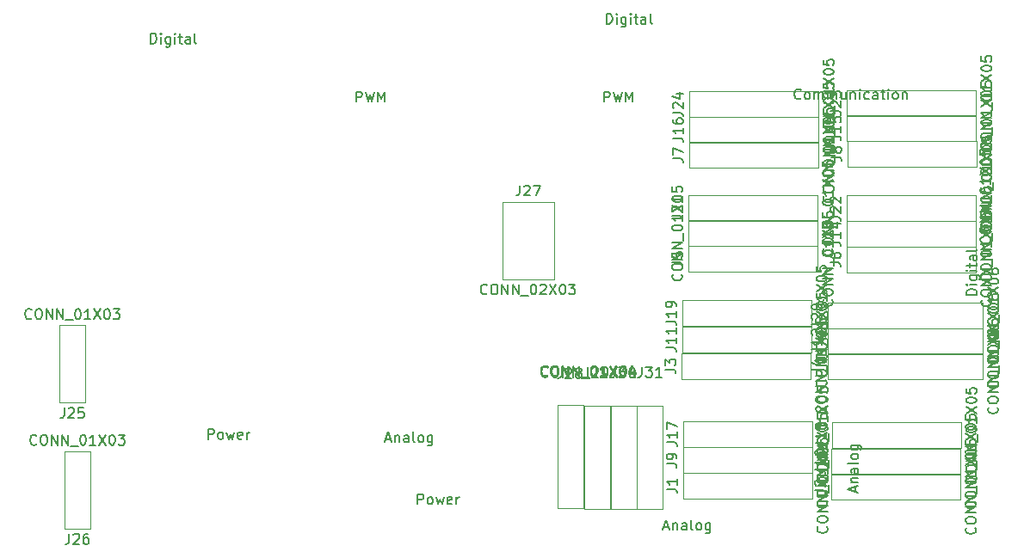
<source format=gbr>
G04 #@! TF.FileFunction,Other,Fab,Top*
%FSLAX46Y46*%
G04 Gerber Fmt 4.6, Leading zero omitted, Abs format (unit mm)*
G04 Created by KiCad (PCBNEW 4.0.6) date 06/14/17 17:04:04*
%MOMM*%
%LPD*%
G01*
G04 APERTURE LIST*
%ADD10C,0.100000*%
%ADD11C,0.150000*%
G04 APERTURE END LIST*
D10*
X164340000Y-114720000D02*
X177040000Y-114720000D01*
X177040000Y-114720000D02*
X177040000Y-112180000D01*
X177040000Y-112180000D02*
X164340000Y-112180000D01*
X164340000Y-112180000D02*
X164340000Y-114720000D01*
X178940000Y-114820000D02*
X191640000Y-114820000D01*
X191640000Y-114820000D02*
X191640000Y-112280000D01*
X191640000Y-112280000D02*
X178940000Y-112280000D01*
X178940000Y-112280000D02*
X178940000Y-114820000D01*
X164210000Y-102920000D02*
X176910000Y-102920000D01*
X176910000Y-102920000D02*
X176910000Y-100380000D01*
X176910000Y-100380000D02*
X164210000Y-100380000D01*
X164210000Y-100380000D02*
X164210000Y-102920000D01*
X178590000Y-102970000D02*
X193830000Y-102970000D01*
X193830000Y-102970000D02*
X193830000Y-100430000D01*
X193830000Y-100430000D02*
X178590000Y-100430000D01*
X178590000Y-100430000D02*
X178590000Y-102970000D01*
X164880000Y-92370000D02*
X177580000Y-92370000D01*
X177580000Y-92370000D02*
X177580000Y-89830000D01*
X177580000Y-89830000D02*
X164880000Y-89830000D01*
X164880000Y-89830000D02*
X164880000Y-92370000D01*
X180450000Y-92420000D02*
X193150000Y-92420000D01*
X193150000Y-92420000D02*
X193150000Y-89880000D01*
X193150000Y-89880000D02*
X180450000Y-89880000D01*
X180450000Y-89880000D02*
X180450000Y-92420000D01*
X164930000Y-82170000D02*
X177630000Y-82170000D01*
X177630000Y-82170000D02*
X177630000Y-79630000D01*
X177630000Y-79630000D02*
X164930000Y-79630000D01*
X164930000Y-79630000D02*
X164930000Y-82170000D01*
X180540000Y-82020000D02*
X193240000Y-82020000D01*
X193240000Y-82020000D02*
X193240000Y-79480000D01*
X193240000Y-79480000D02*
X180540000Y-79480000D01*
X180540000Y-79480000D02*
X180540000Y-82020000D01*
X164320000Y-112220000D02*
X177020000Y-112220000D01*
X177020000Y-112220000D02*
X177020000Y-109680000D01*
X177020000Y-109680000D02*
X164320000Y-109680000D01*
X164320000Y-109680000D02*
X164320000Y-112220000D01*
X178920000Y-112320000D02*
X191620000Y-112320000D01*
X191620000Y-112320000D02*
X191620000Y-109780000D01*
X191620000Y-109780000D02*
X178920000Y-109780000D01*
X178920000Y-109780000D02*
X178920000Y-112320000D01*
X164250000Y-100320000D02*
X176950000Y-100320000D01*
X176950000Y-100320000D02*
X176950000Y-97780000D01*
X176950000Y-97780000D02*
X164250000Y-97780000D01*
X164250000Y-97780000D02*
X164250000Y-100320000D01*
X178610000Y-100470000D02*
X193850000Y-100470000D01*
X193850000Y-100470000D02*
X193850000Y-97930000D01*
X193850000Y-97930000D02*
X178610000Y-97930000D01*
X178610000Y-97930000D02*
X178610000Y-100470000D01*
X177580000Y-87330000D02*
X164880000Y-87330000D01*
X164880000Y-87330000D02*
X164880000Y-89870000D01*
X164880000Y-89870000D02*
X177580000Y-89870000D01*
X177580000Y-89870000D02*
X177580000Y-87330000D01*
X180430000Y-89920000D02*
X193130000Y-89920000D01*
X193130000Y-89920000D02*
X193130000Y-87380000D01*
X193130000Y-87380000D02*
X180430000Y-87380000D01*
X180430000Y-87380000D02*
X180430000Y-89920000D01*
X180480000Y-79520000D02*
X193180000Y-79520000D01*
X193180000Y-79520000D02*
X193180000Y-76980000D01*
X193180000Y-76980000D02*
X180480000Y-76980000D01*
X180480000Y-76980000D02*
X180480000Y-79520000D01*
X164930000Y-79670000D02*
X177630000Y-79670000D01*
X177630000Y-79670000D02*
X177630000Y-77130000D01*
X177630000Y-77130000D02*
X164930000Y-77130000D01*
X164930000Y-77130000D02*
X164930000Y-79670000D01*
X164340000Y-109620000D02*
X177040000Y-109620000D01*
X177040000Y-109620000D02*
X177040000Y-107080000D01*
X177040000Y-107080000D02*
X164340000Y-107080000D01*
X164340000Y-107080000D02*
X164340000Y-109620000D01*
X178980000Y-109720000D02*
X191680000Y-109720000D01*
X191680000Y-109720000D02*
X191680000Y-107180000D01*
X191680000Y-107180000D02*
X178980000Y-107180000D01*
X178980000Y-107180000D02*
X178980000Y-109720000D01*
X164250000Y-97720000D02*
X176950000Y-97720000D01*
X176950000Y-97720000D02*
X176950000Y-95180000D01*
X176950000Y-95180000D02*
X164250000Y-95180000D01*
X164250000Y-95180000D02*
X164250000Y-97720000D01*
X178610000Y-97970000D02*
X193850000Y-97970000D01*
X193850000Y-97970000D02*
X193850000Y-95430000D01*
X193850000Y-95430000D02*
X178610000Y-95430000D01*
X178610000Y-95430000D02*
X178610000Y-97970000D01*
X164880000Y-87370000D02*
X177580000Y-87370000D01*
X177580000Y-87370000D02*
X177580000Y-84830000D01*
X177580000Y-84830000D02*
X164880000Y-84830000D01*
X164880000Y-84830000D02*
X164880000Y-87370000D01*
X180430000Y-87420000D02*
X193130000Y-87420000D01*
X193130000Y-87420000D02*
X193130000Y-84880000D01*
X193130000Y-84880000D02*
X180430000Y-84880000D01*
X180430000Y-84880000D02*
X180430000Y-87420000D01*
X180480000Y-77020000D02*
X193180000Y-77020000D01*
X193180000Y-77020000D02*
X193180000Y-74480000D01*
X193180000Y-74480000D02*
X180480000Y-74480000D01*
X180480000Y-74480000D02*
X180480000Y-77020000D01*
X164930000Y-77170000D02*
X177630000Y-77170000D01*
X177630000Y-77170000D02*
X177630000Y-74630000D01*
X177630000Y-74630000D02*
X164930000Y-74630000D01*
X164930000Y-74630000D02*
X164930000Y-77170000D01*
X105520000Y-105270000D02*
X105520000Y-97650000D01*
X105520000Y-97650000D02*
X102980000Y-97650000D01*
X102980000Y-97650000D02*
X102980000Y-105270000D01*
X102980000Y-105270000D02*
X105520000Y-105270000D01*
X106020000Y-117670000D02*
X106020000Y-110050000D01*
X106020000Y-110050000D02*
X103480000Y-110050000D01*
X103480000Y-110050000D02*
X103480000Y-117670000D01*
X103480000Y-117670000D02*
X106020000Y-117670000D01*
X146540000Y-85480000D02*
X146540000Y-93100000D01*
X146540000Y-93100000D02*
X151620000Y-93100000D01*
X151620000Y-93100000D02*
X151620000Y-85480000D01*
X151620000Y-85480000D02*
X146540000Y-85480000D01*
X152014000Y-105534000D02*
X152014000Y-115694000D01*
X152014000Y-115694000D02*
X154554000Y-115694000D01*
X154554000Y-115694000D02*
X154554000Y-105534000D01*
X154554000Y-105534000D02*
X152014000Y-105534000D01*
X154614000Y-105574000D02*
X154614000Y-115734000D01*
X154614000Y-115734000D02*
X157154000Y-115734000D01*
X157154000Y-115734000D02*
X157154000Y-105574000D01*
X157154000Y-105574000D02*
X154614000Y-105574000D01*
X157214000Y-105594000D02*
X157214000Y-115754000D01*
X157214000Y-115754000D02*
X159754000Y-115754000D01*
X159754000Y-115754000D02*
X159754000Y-105594000D01*
X159754000Y-105594000D02*
X157214000Y-105594000D01*
X159814000Y-105574000D02*
X159814000Y-115734000D01*
X159814000Y-115734000D02*
X162354000Y-115734000D01*
X162354000Y-115734000D02*
X162354000Y-105574000D01*
X162354000Y-105574000D02*
X159814000Y-105574000D01*
D11*
X193238381Y-94646476D02*
X192238381Y-94646476D01*
X192238381Y-94408381D01*
X192286000Y-94265523D01*
X192381238Y-94170285D01*
X192476476Y-94122666D01*
X192666952Y-94075047D01*
X192809810Y-94075047D01*
X193000286Y-94122666D01*
X193095524Y-94170285D01*
X193190762Y-94265523D01*
X193238381Y-94408381D01*
X193238381Y-94646476D01*
X193238381Y-93646476D02*
X192571714Y-93646476D01*
X192238381Y-93646476D02*
X192286000Y-93694095D01*
X192333619Y-93646476D01*
X192286000Y-93598857D01*
X192238381Y-93646476D01*
X192333619Y-93646476D01*
X192571714Y-92741714D02*
X193381238Y-92741714D01*
X193476476Y-92789333D01*
X193524095Y-92836952D01*
X193571714Y-92932191D01*
X193571714Y-93075048D01*
X193524095Y-93170286D01*
X193190762Y-92741714D02*
X193238381Y-92836952D01*
X193238381Y-93027429D01*
X193190762Y-93122667D01*
X193143143Y-93170286D01*
X193047905Y-93217905D01*
X192762190Y-93217905D01*
X192666952Y-93170286D01*
X192619333Y-93122667D01*
X192571714Y-93027429D01*
X192571714Y-92836952D01*
X192619333Y-92741714D01*
X193238381Y-92265524D02*
X192571714Y-92265524D01*
X192238381Y-92265524D02*
X192286000Y-92313143D01*
X192333619Y-92265524D01*
X192286000Y-92217905D01*
X192238381Y-92265524D01*
X192333619Y-92265524D01*
X192571714Y-91932191D02*
X192571714Y-91551239D01*
X192238381Y-91789334D02*
X193095524Y-91789334D01*
X193190762Y-91741715D01*
X193238381Y-91646477D01*
X193238381Y-91551239D01*
X193238381Y-90789333D02*
X192714571Y-90789333D01*
X192619333Y-90836952D01*
X192571714Y-90932190D01*
X192571714Y-91122667D01*
X192619333Y-91217905D01*
X193190762Y-90789333D02*
X193238381Y-90884571D01*
X193238381Y-91122667D01*
X193190762Y-91217905D01*
X193095524Y-91265524D01*
X193000286Y-91265524D01*
X192905048Y-91217905D01*
X192857429Y-91122667D01*
X192857429Y-90884571D01*
X192809810Y-90789333D01*
X193238381Y-90170286D02*
X193190762Y-90265524D01*
X193095524Y-90313143D01*
X192238381Y-90313143D01*
X138231809Y-115260381D02*
X138231809Y-114260381D01*
X138612762Y-114260381D01*
X138708000Y-114308000D01*
X138755619Y-114355619D01*
X138803238Y-114450857D01*
X138803238Y-114593714D01*
X138755619Y-114688952D01*
X138708000Y-114736571D01*
X138612762Y-114784190D01*
X138231809Y-114784190D01*
X139374666Y-115260381D02*
X139279428Y-115212762D01*
X139231809Y-115165143D01*
X139184190Y-115069905D01*
X139184190Y-114784190D01*
X139231809Y-114688952D01*
X139279428Y-114641333D01*
X139374666Y-114593714D01*
X139517524Y-114593714D01*
X139612762Y-114641333D01*
X139660381Y-114688952D01*
X139708000Y-114784190D01*
X139708000Y-115069905D01*
X139660381Y-115165143D01*
X139612762Y-115212762D01*
X139517524Y-115260381D01*
X139374666Y-115260381D01*
X140041333Y-114593714D02*
X140231809Y-115260381D01*
X140422286Y-114784190D01*
X140612762Y-115260381D01*
X140803238Y-114593714D01*
X141565143Y-115212762D02*
X141469905Y-115260381D01*
X141279428Y-115260381D01*
X141184190Y-115212762D01*
X141136571Y-115117524D01*
X141136571Y-114736571D01*
X141184190Y-114641333D01*
X141279428Y-114593714D01*
X141469905Y-114593714D01*
X141565143Y-114641333D01*
X141612762Y-114736571D01*
X141612762Y-114831810D01*
X141136571Y-114927048D01*
X142041333Y-115260381D02*
X142041333Y-114593714D01*
X142041333Y-114784190D02*
X142088952Y-114688952D01*
X142136571Y-114641333D01*
X142231809Y-114593714D01*
X142327048Y-114593714D01*
X162440476Y-117516667D02*
X162916667Y-117516667D01*
X162345238Y-117802381D02*
X162678571Y-116802381D01*
X163011905Y-117802381D01*
X163345238Y-117135714D02*
X163345238Y-117802381D01*
X163345238Y-117230952D02*
X163392857Y-117183333D01*
X163488095Y-117135714D01*
X163630953Y-117135714D01*
X163726191Y-117183333D01*
X163773810Y-117278571D01*
X163773810Y-117802381D01*
X164678572Y-117802381D02*
X164678572Y-117278571D01*
X164630953Y-117183333D01*
X164535715Y-117135714D01*
X164345238Y-117135714D01*
X164250000Y-117183333D01*
X164678572Y-117754762D02*
X164583334Y-117802381D01*
X164345238Y-117802381D01*
X164250000Y-117754762D01*
X164202381Y-117659524D01*
X164202381Y-117564286D01*
X164250000Y-117469048D01*
X164345238Y-117421429D01*
X164583334Y-117421429D01*
X164678572Y-117373810D01*
X165297619Y-117802381D02*
X165202381Y-117754762D01*
X165154762Y-117659524D01*
X165154762Y-116802381D01*
X165821429Y-117802381D02*
X165726191Y-117754762D01*
X165678572Y-117707143D01*
X165630953Y-117611905D01*
X165630953Y-117326190D01*
X165678572Y-117230952D01*
X165726191Y-117183333D01*
X165821429Y-117135714D01*
X165964287Y-117135714D01*
X166059525Y-117183333D01*
X166107144Y-117230952D01*
X166154763Y-117326190D01*
X166154763Y-117611905D01*
X166107144Y-117707143D01*
X166059525Y-117754762D01*
X165964287Y-117802381D01*
X165821429Y-117802381D01*
X167011906Y-117135714D02*
X167011906Y-117945238D01*
X166964287Y-118040476D01*
X166916668Y-118088095D01*
X166821429Y-118135714D01*
X166678572Y-118135714D01*
X166583334Y-118088095D01*
X167011906Y-117754762D02*
X166916668Y-117802381D01*
X166726191Y-117802381D01*
X166630953Y-117754762D01*
X166583334Y-117707143D01*
X166535715Y-117611905D01*
X166535715Y-117326190D01*
X166583334Y-117230952D01*
X166630953Y-117183333D01*
X166726191Y-117135714D01*
X166916668Y-117135714D01*
X167011906Y-117183333D01*
X181266667Y-114009524D02*
X181266667Y-113533333D01*
X181552381Y-114104762D02*
X180552381Y-113771429D01*
X181552381Y-113438095D01*
X180885714Y-113104762D02*
X181552381Y-113104762D01*
X180980952Y-113104762D02*
X180933333Y-113057143D01*
X180885714Y-112961905D01*
X180885714Y-112819047D01*
X180933333Y-112723809D01*
X181028571Y-112676190D01*
X181552381Y-112676190D01*
X181552381Y-111771428D02*
X181028571Y-111771428D01*
X180933333Y-111819047D01*
X180885714Y-111914285D01*
X180885714Y-112104762D01*
X180933333Y-112200000D01*
X181504762Y-111771428D02*
X181552381Y-111866666D01*
X181552381Y-112104762D01*
X181504762Y-112200000D01*
X181409524Y-112247619D01*
X181314286Y-112247619D01*
X181219048Y-112200000D01*
X181171429Y-112104762D01*
X181171429Y-111866666D01*
X181123810Y-111771428D01*
X181552381Y-111152381D02*
X181504762Y-111247619D01*
X181409524Y-111295238D01*
X180552381Y-111295238D01*
X181552381Y-110628571D02*
X181504762Y-110723809D01*
X181457143Y-110771428D01*
X181361905Y-110819047D01*
X181076190Y-110819047D01*
X180980952Y-110771428D01*
X180933333Y-110723809D01*
X180885714Y-110628571D01*
X180885714Y-110485713D01*
X180933333Y-110390475D01*
X180980952Y-110342856D01*
X181076190Y-110295237D01*
X181361905Y-110295237D01*
X181457143Y-110342856D01*
X181504762Y-110390475D01*
X181552381Y-110485713D01*
X181552381Y-110628571D01*
X180885714Y-109438094D02*
X181695238Y-109438094D01*
X181790476Y-109485713D01*
X181838095Y-109533332D01*
X181885714Y-109628571D01*
X181885714Y-109771428D01*
X181838095Y-109866666D01*
X181504762Y-109438094D02*
X181552381Y-109533332D01*
X181552381Y-109723809D01*
X181504762Y-109819047D01*
X181457143Y-109866666D01*
X181361905Y-109914285D01*
X181076190Y-109914285D01*
X180980952Y-109866666D01*
X180933333Y-109819047D01*
X180885714Y-109723809D01*
X180885714Y-109533332D01*
X180933333Y-109438094D01*
X132199238Y-75636381D02*
X132199238Y-74636381D01*
X132580191Y-74636381D01*
X132675429Y-74684000D01*
X132723048Y-74731619D01*
X132770667Y-74826857D01*
X132770667Y-74969714D01*
X132723048Y-75064952D01*
X132675429Y-75112571D01*
X132580191Y-75160190D01*
X132199238Y-75160190D01*
X133104000Y-74636381D02*
X133342095Y-75636381D01*
X133532572Y-74922095D01*
X133723048Y-75636381D01*
X133961143Y-74636381D01*
X134342095Y-75636381D02*
X134342095Y-74636381D01*
X134675429Y-75350667D01*
X135008762Y-74636381D01*
X135008762Y-75636381D01*
X156583238Y-75636381D02*
X156583238Y-74636381D01*
X156964191Y-74636381D01*
X157059429Y-74684000D01*
X157107048Y-74731619D01*
X157154667Y-74826857D01*
X157154667Y-74969714D01*
X157107048Y-75064952D01*
X157059429Y-75112571D01*
X156964191Y-75160190D01*
X156583238Y-75160190D01*
X157488000Y-74636381D02*
X157726095Y-75636381D01*
X157916572Y-74922095D01*
X158107048Y-75636381D01*
X158345143Y-74636381D01*
X158726095Y-75636381D02*
X158726095Y-74636381D01*
X159059429Y-75350667D01*
X159392762Y-74636381D01*
X159392762Y-75636381D01*
X175919429Y-75287143D02*
X175871810Y-75334762D01*
X175728953Y-75382381D01*
X175633715Y-75382381D01*
X175490857Y-75334762D01*
X175395619Y-75239524D01*
X175348000Y-75144286D01*
X175300381Y-74953810D01*
X175300381Y-74810952D01*
X175348000Y-74620476D01*
X175395619Y-74525238D01*
X175490857Y-74430000D01*
X175633715Y-74382381D01*
X175728953Y-74382381D01*
X175871810Y-74430000D01*
X175919429Y-74477619D01*
X176490857Y-75382381D02*
X176395619Y-75334762D01*
X176348000Y-75287143D01*
X176300381Y-75191905D01*
X176300381Y-74906190D01*
X176348000Y-74810952D01*
X176395619Y-74763333D01*
X176490857Y-74715714D01*
X176633715Y-74715714D01*
X176728953Y-74763333D01*
X176776572Y-74810952D01*
X176824191Y-74906190D01*
X176824191Y-75191905D01*
X176776572Y-75287143D01*
X176728953Y-75334762D01*
X176633715Y-75382381D01*
X176490857Y-75382381D01*
X177252762Y-75382381D02*
X177252762Y-74715714D01*
X177252762Y-74810952D02*
X177300381Y-74763333D01*
X177395619Y-74715714D01*
X177538477Y-74715714D01*
X177633715Y-74763333D01*
X177681334Y-74858571D01*
X177681334Y-75382381D01*
X177681334Y-74858571D02*
X177728953Y-74763333D01*
X177824191Y-74715714D01*
X177967048Y-74715714D01*
X178062286Y-74763333D01*
X178109905Y-74858571D01*
X178109905Y-75382381D01*
X178586095Y-75382381D02*
X178586095Y-74715714D01*
X178586095Y-74810952D02*
X178633714Y-74763333D01*
X178728952Y-74715714D01*
X178871810Y-74715714D01*
X178967048Y-74763333D01*
X179014667Y-74858571D01*
X179014667Y-75382381D01*
X179014667Y-74858571D02*
X179062286Y-74763333D01*
X179157524Y-74715714D01*
X179300381Y-74715714D01*
X179395619Y-74763333D01*
X179443238Y-74858571D01*
X179443238Y-75382381D01*
X180348000Y-74715714D02*
X180348000Y-75382381D01*
X179919428Y-74715714D02*
X179919428Y-75239524D01*
X179967047Y-75334762D01*
X180062285Y-75382381D01*
X180205143Y-75382381D01*
X180300381Y-75334762D01*
X180348000Y-75287143D01*
X180824190Y-74715714D02*
X180824190Y-75382381D01*
X180824190Y-74810952D02*
X180871809Y-74763333D01*
X180967047Y-74715714D01*
X181109905Y-74715714D01*
X181205143Y-74763333D01*
X181252762Y-74858571D01*
X181252762Y-75382381D01*
X181728952Y-75382381D02*
X181728952Y-74715714D01*
X181728952Y-74382381D02*
X181681333Y-74430000D01*
X181728952Y-74477619D01*
X181776571Y-74430000D01*
X181728952Y-74382381D01*
X181728952Y-74477619D01*
X182633714Y-75334762D02*
X182538476Y-75382381D01*
X182347999Y-75382381D01*
X182252761Y-75334762D01*
X182205142Y-75287143D01*
X182157523Y-75191905D01*
X182157523Y-74906190D01*
X182205142Y-74810952D01*
X182252761Y-74763333D01*
X182347999Y-74715714D01*
X182538476Y-74715714D01*
X182633714Y-74763333D01*
X183490857Y-75382381D02*
X183490857Y-74858571D01*
X183443238Y-74763333D01*
X183348000Y-74715714D01*
X183157523Y-74715714D01*
X183062285Y-74763333D01*
X183490857Y-75334762D02*
X183395619Y-75382381D01*
X183157523Y-75382381D01*
X183062285Y-75334762D01*
X183014666Y-75239524D01*
X183014666Y-75144286D01*
X183062285Y-75049048D01*
X183157523Y-75001429D01*
X183395619Y-75001429D01*
X183490857Y-74953810D01*
X183824190Y-74715714D02*
X184205142Y-74715714D01*
X183967047Y-74382381D02*
X183967047Y-75239524D01*
X184014666Y-75334762D01*
X184109904Y-75382381D01*
X184205142Y-75382381D01*
X184538476Y-75382381D02*
X184538476Y-74715714D01*
X184538476Y-74382381D02*
X184490857Y-74430000D01*
X184538476Y-74477619D01*
X184586095Y-74430000D01*
X184538476Y-74382381D01*
X184538476Y-74477619D01*
X185157523Y-75382381D02*
X185062285Y-75334762D01*
X185014666Y-75287143D01*
X184967047Y-75191905D01*
X184967047Y-74906190D01*
X185014666Y-74810952D01*
X185062285Y-74763333D01*
X185157523Y-74715714D01*
X185300381Y-74715714D01*
X185395619Y-74763333D01*
X185443238Y-74810952D01*
X185490857Y-74906190D01*
X185490857Y-75191905D01*
X185443238Y-75287143D01*
X185395619Y-75334762D01*
X185300381Y-75382381D01*
X185157523Y-75382381D01*
X185919428Y-74715714D02*
X185919428Y-75382381D01*
X185919428Y-74810952D02*
X185967047Y-74763333D01*
X186062285Y-74715714D01*
X186205143Y-74715714D01*
X186300381Y-74763333D01*
X186348000Y-74858571D01*
X186348000Y-75382381D01*
X117623809Y-108852381D02*
X117623809Y-107852381D01*
X118004762Y-107852381D01*
X118100000Y-107900000D01*
X118147619Y-107947619D01*
X118195238Y-108042857D01*
X118195238Y-108185714D01*
X118147619Y-108280952D01*
X118100000Y-108328571D01*
X118004762Y-108376190D01*
X117623809Y-108376190D01*
X118766666Y-108852381D02*
X118671428Y-108804762D01*
X118623809Y-108757143D01*
X118576190Y-108661905D01*
X118576190Y-108376190D01*
X118623809Y-108280952D01*
X118671428Y-108233333D01*
X118766666Y-108185714D01*
X118909524Y-108185714D01*
X119004762Y-108233333D01*
X119052381Y-108280952D01*
X119100000Y-108376190D01*
X119100000Y-108661905D01*
X119052381Y-108757143D01*
X119004762Y-108804762D01*
X118909524Y-108852381D01*
X118766666Y-108852381D01*
X119433333Y-108185714D02*
X119623809Y-108852381D01*
X119814286Y-108376190D01*
X120004762Y-108852381D01*
X120195238Y-108185714D01*
X120957143Y-108804762D02*
X120861905Y-108852381D01*
X120671428Y-108852381D01*
X120576190Y-108804762D01*
X120528571Y-108709524D01*
X120528571Y-108328571D01*
X120576190Y-108233333D01*
X120671428Y-108185714D01*
X120861905Y-108185714D01*
X120957143Y-108233333D01*
X121004762Y-108328571D01*
X121004762Y-108423810D01*
X120528571Y-108519048D01*
X121433333Y-108852381D02*
X121433333Y-108185714D01*
X121433333Y-108376190D02*
X121480952Y-108280952D01*
X121528571Y-108233333D01*
X121623809Y-108185714D01*
X121719048Y-108185714D01*
X135090476Y-108866667D02*
X135566667Y-108866667D01*
X134995238Y-109152381D02*
X135328571Y-108152381D01*
X135661905Y-109152381D01*
X135995238Y-108485714D02*
X135995238Y-109152381D01*
X135995238Y-108580952D02*
X136042857Y-108533333D01*
X136138095Y-108485714D01*
X136280953Y-108485714D01*
X136376191Y-108533333D01*
X136423810Y-108628571D01*
X136423810Y-109152381D01*
X137328572Y-109152381D02*
X137328572Y-108628571D01*
X137280953Y-108533333D01*
X137185715Y-108485714D01*
X136995238Y-108485714D01*
X136900000Y-108533333D01*
X137328572Y-109104762D02*
X137233334Y-109152381D01*
X136995238Y-109152381D01*
X136900000Y-109104762D01*
X136852381Y-109009524D01*
X136852381Y-108914286D01*
X136900000Y-108819048D01*
X136995238Y-108771429D01*
X137233334Y-108771429D01*
X137328572Y-108723810D01*
X137947619Y-109152381D02*
X137852381Y-109104762D01*
X137804762Y-109009524D01*
X137804762Y-108152381D01*
X138471429Y-109152381D02*
X138376191Y-109104762D01*
X138328572Y-109057143D01*
X138280953Y-108961905D01*
X138280953Y-108676190D01*
X138328572Y-108580952D01*
X138376191Y-108533333D01*
X138471429Y-108485714D01*
X138614287Y-108485714D01*
X138709525Y-108533333D01*
X138757144Y-108580952D01*
X138804763Y-108676190D01*
X138804763Y-108961905D01*
X138757144Y-109057143D01*
X138709525Y-109104762D01*
X138614287Y-109152381D01*
X138471429Y-109152381D01*
X139661906Y-108485714D02*
X139661906Y-109295238D01*
X139614287Y-109390476D01*
X139566668Y-109438095D01*
X139471429Y-109485714D01*
X139328572Y-109485714D01*
X139233334Y-109438095D01*
X139661906Y-109104762D02*
X139566668Y-109152381D01*
X139376191Y-109152381D01*
X139280953Y-109104762D01*
X139233334Y-109057143D01*
X139185715Y-108961905D01*
X139185715Y-108676190D01*
X139233334Y-108580952D01*
X139280953Y-108533333D01*
X139376191Y-108485714D01*
X139566668Y-108485714D01*
X139661906Y-108533333D01*
X111959524Y-69902381D02*
X111959524Y-68902381D01*
X112197619Y-68902381D01*
X112340477Y-68950000D01*
X112435715Y-69045238D01*
X112483334Y-69140476D01*
X112530953Y-69330952D01*
X112530953Y-69473810D01*
X112483334Y-69664286D01*
X112435715Y-69759524D01*
X112340477Y-69854762D01*
X112197619Y-69902381D01*
X111959524Y-69902381D01*
X112959524Y-69902381D02*
X112959524Y-69235714D01*
X112959524Y-68902381D02*
X112911905Y-68950000D01*
X112959524Y-68997619D01*
X113007143Y-68950000D01*
X112959524Y-68902381D01*
X112959524Y-68997619D01*
X113864286Y-69235714D02*
X113864286Y-70045238D01*
X113816667Y-70140476D01*
X113769048Y-70188095D01*
X113673809Y-70235714D01*
X113530952Y-70235714D01*
X113435714Y-70188095D01*
X113864286Y-69854762D02*
X113769048Y-69902381D01*
X113578571Y-69902381D01*
X113483333Y-69854762D01*
X113435714Y-69807143D01*
X113388095Y-69711905D01*
X113388095Y-69426190D01*
X113435714Y-69330952D01*
X113483333Y-69283333D01*
X113578571Y-69235714D01*
X113769048Y-69235714D01*
X113864286Y-69283333D01*
X114340476Y-69902381D02*
X114340476Y-69235714D01*
X114340476Y-68902381D02*
X114292857Y-68950000D01*
X114340476Y-68997619D01*
X114388095Y-68950000D01*
X114340476Y-68902381D01*
X114340476Y-68997619D01*
X114673809Y-69235714D02*
X115054761Y-69235714D01*
X114816666Y-68902381D02*
X114816666Y-69759524D01*
X114864285Y-69854762D01*
X114959523Y-69902381D01*
X115054761Y-69902381D01*
X115816667Y-69902381D02*
X115816667Y-69378571D01*
X115769048Y-69283333D01*
X115673810Y-69235714D01*
X115483333Y-69235714D01*
X115388095Y-69283333D01*
X115816667Y-69854762D02*
X115721429Y-69902381D01*
X115483333Y-69902381D01*
X115388095Y-69854762D01*
X115340476Y-69759524D01*
X115340476Y-69664286D01*
X115388095Y-69569048D01*
X115483333Y-69521429D01*
X115721429Y-69521429D01*
X115816667Y-69473810D01*
X116435714Y-69902381D02*
X116340476Y-69854762D01*
X116292857Y-69759524D01*
X116292857Y-68902381D01*
X156809524Y-67952381D02*
X156809524Y-66952381D01*
X157047619Y-66952381D01*
X157190477Y-67000000D01*
X157285715Y-67095238D01*
X157333334Y-67190476D01*
X157380953Y-67380952D01*
X157380953Y-67523810D01*
X157333334Y-67714286D01*
X157285715Y-67809524D01*
X157190477Y-67904762D01*
X157047619Y-67952381D01*
X156809524Y-67952381D01*
X157809524Y-67952381D02*
X157809524Y-67285714D01*
X157809524Y-66952381D02*
X157761905Y-67000000D01*
X157809524Y-67047619D01*
X157857143Y-67000000D01*
X157809524Y-66952381D01*
X157809524Y-67047619D01*
X158714286Y-67285714D02*
X158714286Y-68095238D01*
X158666667Y-68190476D01*
X158619048Y-68238095D01*
X158523809Y-68285714D01*
X158380952Y-68285714D01*
X158285714Y-68238095D01*
X158714286Y-67904762D02*
X158619048Y-67952381D01*
X158428571Y-67952381D01*
X158333333Y-67904762D01*
X158285714Y-67857143D01*
X158238095Y-67761905D01*
X158238095Y-67476190D01*
X158285714Y-67380952D01*
X158333333Y-67333333D01*
X158428571Y-67285714D01*
X158619048Y-67285714D01*
X158714286Y-67333333D01*
X159190476Y-67952381D02*
X159190476Y-67285714D01*
X159190476Y-66952381D02*
X159142857Y-67000000D01*
X159190476Y-67047619D01*
X159238095Y-67000000D01*
X159190476Y-66952381D01*
X159190476Y-67047619D01*
X159523809Y-67285714D02*
X159904761Y-67285714D01*
X159666666Y-66952381D02*
X159666666Y-67809524D01*
X159714285Y-67904762D01*
X159809523Y-67952381D01*
X159904761Y-67952381D01*
X160666667Y-67952381D02*
X160666667Y-67428571D01*
X160619048Y-67333333D01*
X160523810Y-67285714D01*
X160333333Y-67285714D01*
X160238095Y-67333333D01*
X160666667Y-67904762D02*
X160571429Y-67952381D01*
X160333333Y-67952381D01*
X160238095Y-67904762D01*
X160190476Y-67809524D01*
X160190476Y-67714286D01*
X160238095Y-67619048D01*
X160333333Y-67571429D01*
X160571429Y-67571429D01*
X160666667Y-67523810D01*
X161285714Y-67952381D02*
X161190476Y-67904762D01*
X161142857Y-67809524D01*
X161142857Y-66952381D01*
X178457143Y-117473809D02*
X178504762Y-117521428D01*
X178552381Y-117664285D01*
X178552381Y-117759523D01*
X178504762Y-117902381D01*
X178409524Y-117997619D01*
X178314286Y-118045238D01*
X178123810Y-118092857D01*
X177980952Y-118092857D01*
X177790476Y-118045238D01*
X177695238Y-117997619D01*
X177600000Y-117902381D01*
X177552381Y-117759523D01*
X177552381Y-117664285D01*
X177600000Y-117521428D01*
X177647619Y-117473809D01*
X177552381Y-116854762D02*
X177552381Y-116664285D01*
X177600000Y-116569047D01*
X177695238Y-116473809D01*
X177885714Y-116426190D01*
X178219048Y-116426190D01*
X178409524Y-116473809D01*
X178504762Y-116569047D01*
X178552381Y-116664285D01*
X178552381Y-116854762D01*
X178504762Y-116950000D01*
X178409524Y-117045238D01*
X178219048Y-117092857D01*
X177885714Y-117092857D01*
X177695238Y-117045238D01*
X177600000Y-116950000D01*
X177552381Y-116854762D01*
X178552381Y-115997619D02*
X177552381Y-115997619D01*
X178552381Y-115426190D01*
X177552381Y-115426190D01*
X178552381Y-114950000D02*
X177552381Y-114950000D01*
X178552381Y-114378571D01*
X177552381Y-114378571D01*
X178647619Y-114140476D02*
X178647619Y-113378571D01*
X177552381Y-112950000D02*
X177552381Y-112854761D01*
X177600000Y-112759523D01*
X177647619Y-112711904D01*
X177742857Y-112664285D01*
X177933333Y-112616666D01*
X178171429Y-112616666D01*
X178361905Y-112664285D01*
X178457143Y-112711904D01*
X178504762Y-112759523D01*
X178552381Y-112854761D01*
X178552381Y-112950000D01*
X178504762Y-113045238D01*
X178457143Y-113092857D01*
X178361905Y-113140476D01*
X178171429Y-113188095D01*
X177933333Y-113188095D01*
X177742857Y-113140476D01*
X177647619Y-113092857D01*
X177600000Y-113045238D01*
X177552381Y-112950000D01*
X178552381Y-111664285D02*
X178552381Y-112235714D01*
X178552381Y-111950000D02*
X177552381Y-111950000D01*
X177695238Y-112045238D01*
X177790476Y-112140476D01*
X177838095Y-112235714D01*
X177552381Y-111330952D02*
X178552381Y-110664285D01*
X177552381Y-110664285D02*
X178552381Y-111330952D01*
X177552381Y-110092857D02*
X177552381Y-109997618D01*
X177600000Y-109902380D01*
X177647619Y-109854761D01*
X177742857Y-109807142D01*
X177933333Y-109759523D01*
X178171429Y-109759523D01*
X178361905Y-109807142D01*
X178457143Y-109854761D01*
X178504762Y-109902380D01*
X178552381Y-109997618D01*
X178552381Y-110092857D01*
X178504762Y-110188095D01*
X178457143Y-110235714D01*
X178361905Y-110283333D01*
X178171429Y-110330952D01*
X177933333Y-110330952D01*
X177742857Y-110283333D01*
X177647619Y-110235714D01*
X177600000Y-110188095D01*
X177552381Y-110092857D01*
X177552381Y-108854761D02*
X177552381Y-109330952D01*
X178028571Y-109378571D01*
X177980952Y-109330952D01*
X177933333Y-109235714D01*
X177933333Y-108997618D01*
X177980952Y-108902380D01*
X178028571Y-108854761D01*
X178123810Y-108807142D01*
X178361905Y-108807142D01*
X178457143Y-108854761D01*
X178504762Y-108902380D01*
X178552381Y-108997618D01*
X178552381Y-109235714D01*
X178504762Y-109330952D01*
X178457143Y-109378571D01*
X162732381Y-113783333D02*
X163446667Y-113783333D01*
X163589524Y-113830953D01*
X163684762Y-113926191D01*
X163732381Y-114069048D01*
X163732381Y-114164286D01*
X163732381Y-112783333D02*
X163732381Y-113354762D01*
X163732381Y-113069048D02*
X162732381Y-113069048D01*
X162875238Y-113164286D01*
X162970476Y-113259524D01*
X163018095Y-113354762D01*
X193057143Y-117573809D02*
X193104762Y-117621428D01*
X193152381Y-117764285D01*
X193152381Y-117859523D01*
X193104762Y-118002381D01*
X193009524Y-118097619D01*
X192914286Y-118145238D01*
X192723810Y-118192857D01*
X192580952Y-118192857D01*
X192390476Y-118145238D01*
X192295238Y-118097619D01*
X192200000Y-118002381D01*
X192152381Y-117859523D01*
X192152381Y-117764285D01*
X192200000Y-117621428D01*
X192247619Y-117573809D01*
X192152381Y-116954762D02*
X192152381Y-116764285D01*
X192200000Y-116669047D01*
X192295238Y-116573809D01*
X192485714Y-116526190D01*
X192819048Y-116526190D01*
X193009524Y-116573809D01*
X193104762Y-116669047D01*
X193152381Y-116764285D01*
X193152381Y-116954762D01*
X193104762Y-117050000D01*
X193009524Y-117145238D01*
X192819048Y-117192857D01*
X192485714Y-117192857D01*
X192295238Y-117145238D01*
X192200000Y-117050000D01*
X192152381Y-116954762D01*
X193152381Y-116097619D02*
X192152381Y-116097619D01*
X193152381Y-115526190D01*
X192152381Y-115526190D01*
X193152381Y-115050000D02*
X192152381Y-115050000D01*
X193152381Y-114478571D01*
X192152381Y-114478571D01*
X193247619Y-114240476D02*
X193247619Y-113478571D01*
X192152381Y-113050000D02*
X192152381Y-112954761D01*
X192200000Y-112859523D01*
X192247619Y-112811904D01*
X192342857Y-112764285D01*
X192533333Y-112716666D01*
X192771429Y-112716666D01*
X192961905Y-112764285D01*
X193057143Y-112811904D01*
X193104762Y-112859523D01*
X193152381Y-112954761D01*
X193152381Y-113050000D01*
X193104762Y-113145238D01*
X193057143Y-113192857D01*
X192961905Y-113240476D01*
X192771429Y-113288095D01*
X192533333Y-113288095D01*
X192342857Y-113240476D01*
X192247619Y-113192857D01*
X192200000Y-113145238D01*
X192152381Y-113050000D01*
X193152381Y-111764285D02*
X193152381Y-112335714D01*
X193152381Y-112050000D02*
X192152381Y-112050000D01*
X192295238Y-112145238D01*
X192390476Y-112240476D01*
X192438095Y-112335714D01*
X192152381Y-111430952D02*
X193152381Y-110764285D01*
X192152381Y-110764285D02*
X193152381Y-111430952D01*
X192152381Y-110192857D02*
X192152381Y-110097618D01*
X192200000Y-110002380D01*
X192247619Y-109954761D01*
X192342857Y-109907142D01*
X192533333Y-109859523D01*
X192771429Y-109859523D01*
X192961905Y-109907142D01*
X193057143Y-109954761D01*
X193104762Y-110002380D01*
X193152381Y-110097618D01*
X193152381Y-110192857D01*
X193104762Y-110288095D01*
X193057143Y-110335714D01*
X192961905Y-110383333D01*
X192771429Y-110430952D01*
X192533333Y-110430952D01*
X192342857Y-110383333D01*
X192247619Y-110335714D01*
X192200000Y-110288095D01*
X192152381Y-110192857D01*
X192152381Y-108954761D02*
X192152381Y-109430952D01*
X192628571Y-109478571D01*
X192580952Y-109430952D01*
X192533333Y-109335714D01*
X192533333Y-109097618D01*
X192580952Y-109002380D01*
X192628571Y-108954761D01*
X192723810Y-108907142D01*
X192961905Y-108907142D01*
X193057143Y-108954761D01*
X193104762Y-109002380D01*
X193152381Y-109097618D01*
X193152381Y-109335714D01*
X193104762Y-109430952D01*
X193057143Y-109478571D01*
X177332381Y-113883333D02*
X178046667Y-113883333D01*
X178189524Y-113930953D01*
X178284762Y-114026191D01*
X178332381Y-114169048D01*
X178332381Y-114264286D01*
X177427619Y-113454762D02*
X177380000Y-113407143D01*
X177332381Y-113311905D01*
X177332381Y-113073809D01*
X177380000Y-112978571D01*
X177427619Y-112930952D01*
X177522857Y-112883333D01*
X177618095Y-112883333D01*
X177760952Y-112930952D01*
X178332381Y-113502381D01*
X178332381Y-112883333D01*
X178327143Y-105673809D02*
X178374762Y-105721428D01*
X178422381Y-105864285D01*
X178422381Y-105959523D01*
X178374762Y-106102381D01*
X178279524Y-106197619D01*
X178184286Y-106245238D01*
X177993810Y-106292857D01*
X177850952Y-106292857D01*
X177660476Y-106245238D01*
X177565238Y-106197619D01*
X177470000Y-106102381D01*
X177422381Y-105959523D01*
X177422381Y-105864285D01*
X177470000Y-105721428D01*
X177517619Y-105673809D01*
X177422381Y-105054762D02*
X177422381Y-104864285D01*
X177470000Y-104769047D01*
X177565238Y-104673809D01*
X177755714Y-104626190D01*
X178089048Y-104626190D01*
X178279524Y-104673809D01*
X178374762Y-104769047D01*
X178422381Y-104864285D01*
X178422381Y-105054762D01*
X178374762Y-105150000D01*
X178279524Y-105245238D01*
X178089048Y-105292857D01*
X177755714Y-105292857D01*
X177565238Y-105245238D01*
X177470000Y-105150000D01*
X177422381Y-105054762D01*
X178422381Y-104197619D02*
X177422381Y-104197619D01*
X178422381Y-103626190D01*
X177422381Y-103626190D01*
X178422381Y-103150000D02*
X177422381Y-103150000D01*
X178422381Y-102578571D01*
X177422381Y-102578571D01*
X178517619Y-102340476D02*
X178517619Y-101578571D01*
X177422381Y-101150000D02*
X177422381Y-101054761D01*
X177470000Y-100959523D01*
X177517619Y-100911904D01*
X177612857Y-100864285D01*
X177803333Y-100816666D01*
X178041429Y-100816666D01*
X178231905Y-100864285D01*
X178327143Y-100911904D01*
X178374762Y-100959523D01*
X178422381Y-101054761D01*
X178422381Y-101150000D01*
X178374762Y-101245238D01*
X178327143Y-101292857D01*
X178231905Y-101340476D01*
X178041429Y-101388095D01*
X177803333Y-101388095D01*
X177612857Y-101340476D01*
X177517619Y-101292857D01*
X177470000Y-101245238D01*
X177422381Y-101150000D01*
X178422381Y-99864285D02*
X178422381Y-100435714D01*
X178422381Y-100150000D02*
X177422381Y-100150000D01*
X177565238Y-100245238D01*
X177660476Y-100340476D01*
X177708095Y-100435714D01*
X177422381Y-99530952D02*
X178422381Y-98864285D01*
X177422381Y-98864285D02*
X178422381Y-99530952D01*
X177422381Y-98292857D02*
X177422381Y-98197618D01*
X177470000Y-98102380D01*
X177517619Y-98054761D01*
X177612857Y-98007142D01*
X177803333Y-97959523D01*
X178041429Y-97959523D01*
X178231905Y-98007142D01*
X178327143Y-98054761D01*
X178374762Y-98102380D01*
X178422381Y-98197618D01*
X178422381Y-98292857D01*
X178374762Y-98388095D01*
X178327143Y-98435714D01*
X178231905Y-98483333D01*
X178041429Y-98530952D01*
X177803333Y-98530952D01*
X177612857Y-98483333D01*
X177517619Y-98435714D01*
X177470000Y-98388095D01*
X177422381Y-98292857D01*
X177422381Y-97054761D02*
X177422381Y-97530952D01*
X177898571Y-97578571D01*
X177850952Y-97530952D01*
X177803333Y-97435714D01*
X177803333Y-97197618D01*
X177850952Y-97102380D01*
X177898571Y-97054761D01*
X177993810Y-97007142D01*
X178231905Y-97007142D01*
X178327143Y-97054761D01*
X178374762Y-97102380D01*
X178422381Y-97197618D01*
X178422381Y-97435714D01*
X178374762Y-97530952D01*
X178327143Y-97578571D01*
X162602381Y-101983333D02*
X163316667Y-101983333D01*
X163459524Y-102030953D01*
X163554762Y-102126191D01*
X163602381Y-102269048D01*
X163602381Y-102364286D01*
X162602381Y-101602381D02*
X162602381Y-100983333D01*
X162983333Y-101316667D01*
X162983333Y-101173809D01*
X163030952Y-101078571D01*
X163078571Y-101030952D01*
X163173810Y-100983333D01*
X163411905Y-100983333D01*
X163507143Y-101030952D01*
X163554762Y-101078571D01*
X163602381Y-101173809D01*
X163602381Y-101459524D01*
X163554762Y-101554762D01*
X163507143Y-101602381D01*
X195247143Y-105723809D02*
X195294762Y-105771428D01*
X195342381Y-105914285D01*
X195342381Y-106009523D01*
X195294762Y-106152381D01*
X195199524Y-106247619D01*
X195104286Y-106295238D01*
X194913810Y-106342857D01*
X194770952Y-106342857D01*
X194580476Y-106295238D01*
X194485238Y-106247619D01*
X194390000Y-106152381D01*
X194342381Y-106009523D01*
X194342381Y-105914285D01*
X194390000Y-105771428D01*
X194437619Y-105723809D01*
X194342381Y-105104762D02*
X194342381Y-104914285D01*
X194390000Y-104819047D01*
X194485238Y-104723809D01*
X194675714Y-104676190D01*
X195009048Y-104676190D01*
X195199524Y-104723809D01*
X195294762Y-104819047D01*
X195342381Y-104914285D01*
X195342381Y-105104762D01*
X195294762Y-105200000D01*
X195199524Y-105295238D01*
X195009048Y-105342857D01*
X194675714Y-105342857D01*
X194485238Y-105295238D01*
X194390000Y-105200000D01*
X194342381Y-105104762D01*
X195342381Y-104247619D02*
X194342381Y-104247619D01*
X195342381Y-103676190D01*
X194342381Y-103676190D01*
X195342381Y-103200000D02*
X194342381Y-103200000D01*
X195342381Y-102628571D01*
X194342381Y-102628571D01*
X195437619Y-102390476D02*
X195437619Y-101628571D01*
X194342381Y-101200000D02*
X194342381Y-101104761D01*
X194390000Y-101009523D01*
X194437619Y-100961904D01*
X194532857Y-100914285D01*
X194723333Y-100866666D01*
X194961429Y-100866666D01*
X195151905Y-100914285D01*
X195247143Y-100961904D01*
X195294762Y-101009523D01*
X195342381Y-101104761D01*
X195342381Y-101200000D01*
X195294762Y-101295238D01*
X195247143Y-101342857D01*
X195151905Y-101390476D01*
X194961429Y-101438095D01*
X194723333Y-101438095D01*
X194532857Y-101390476D01*
X194437619Y-101342857D01*
X194390000Y-101295238D01*
X194342381Y-101200000D01*
X195342381Y-99914285D02*
X195342381Y-100485714D01*
X195342381Y-100200000D02*
X194342381Y-100200000D01*
X194485238Y-100295238D01*
X194580476Y-100390476D01*
X194628095Y-100485714D01*
X194342381Y-99580952D02*
X195342381Y-98914285D01*
X194342381Y-98914285D02*
X195342381Y-99580952D01*
X194342381Y-98342857D02*
X194342381Y-98247618D01*
X194390000Y-98152380D01*
X194437619Y-98104761D01*
X194532857Y-98057142D01*
X194723333Y-98009523D01*
X194961429Y-98009523D01*
X195151905Y-98057142D01*
X195247143Y-98104761D01*
X195294762Y-98152380D01*
X195342381Y-98247618D01*
X195342381Y-98342857D01*
X195294762Y-98438095D01*
X195247143Y-98485714D01*
X195151905Y-98533333D01*
X194961429Y-98580952D01*
X194723333Y-98580952D01*
X194532857Y-98533333D01*
X194437619Y-98485714D01*
X194390000Y-98438095D01*
X194342381Y-98342857D01*
X194342381Y-97152380D02*
X194342381Y-97342857D01*
X194390000Y-97438095D01*
X194437619Y-97485714D01*
X194580476Y-97580952D01*
X194770952Y-97628571D01*
X195151905Y-97628571D01*
X195247143Y-97580952D01*
X195294762Y-97533333D01*
X195342381Y-97438095D01*
X195342381Y-97247618D01*
X195294762Y-97152380D01*
X195247143Y-97104761D01*
X195151905Y-97057142D01*
X194913810Y-97057142D01*
X194818571Y-97104761D01*
X194770952Y-97152380D01*
X194723333Y-97247618D01*
X194723333Y-97438095D01*
X194770952Y-97533333D01*
X194818571Y-97580952D01*
X194913810Y-97628571D01*
X176982381Y-102033333D02*
X177696667Y-102033333D01*
X177839524Y-102080953D01*
X177934762Y-102176191D01*
X177982381Y-102319048D01*
X177982381Y-102414286D01*
X177315714Y-101128571D02*
X177982381Y-101128571D01*
X176934762Y-101366667D02*
X177649048Y-101604762D01*
X177649048Y-100985714D01*
X178997143Y-95123809D02*
X179044762Y-95171428D01*
X179092381Y-95314285D01*
X179092381Y-95409523D01*
X179044762Y-95552381D01*
X178949524Y-95647619D01*
X178854286Y-95695238D01*
X178663810Y-95742857D01*
X178520952Y-95742857D01*
X178330476Y-95695238D01*
X178235238Y-95647619D01*
X178140000Y-95552381D01*
X178092381Y-95409523D01*
X178092381Y-95314285D01*
X178140000Y-95171428D01*
X178187619Y-95123809D01*
X178092381Y-94504762D02*
X178092381Y-94314285D01*
X178140000Y-94219047D01*
X178235238Y-94123809D01*
X178425714Y-94076190D01*
X178759048Y-94076190D01*
X178949524Y-94123809D01*
X179044762Y-94219047D01*
X179092381Y-94314285D01*
X179092381Y-94504762D01*
X179044762Y-94600000D01*
X178949524Y-94695238D01*
X178759048Y-94742857D01*
X178425714Y-94742857D01*
X178235238Y-94695238D01*
X178140000Y-94600000D01*
X178092381Y-94504762D01*
X179092381Y-93647619D02*
X178092381Y-93647619D01*
X179092381Y-93076190D01*
X178092381Y-93076190D01*
X179092381Y-92600000D02*
X178092381Y-92600000D01*
X179092381Y-92028571D01*
X178092381Y-92028571D01*
X179187619Y-91790476D02*
X179187619Y-91028571D01*
X178092381Y-90600000D02*
X178092381Y-90504761D01*
X178140000Y-90409523D01*
X178187619Y-90361904D01*
X178282857Y-90314285D01*
X178473333Y-90266666D01*
X178711429Y-90266666D01*
X178901905Y-90314285D01*
X178997143Y-90361904D01*
X179044762Y-90409523D01*
X179092381Y-90504761D01*
X179092381Y-90600000D01*
X179044762Y-90695238D01*
X178997143Y-90742857D01*
X178901905Y-90790476D01*
X178711429Y-90838095D01*
X178473333Y-90838095D01*
X178282857Y-90790476D01*
X178187619Y-90742857D01*
X178140000Y-90695238D01*
X178092381Y-90600000D01*
X179092381Y-89314285D02*
X179092381Y-89885714D01*
X179092381Y-89600000D02*
X178092381Y-89600000D01*
X178235238Y-89695238D01*
X178330476Y-89790476D01*
X178378095Y-89885714D01*
X178092381Y-88980952D02*
X179092381Y-88314285D01*
X178092381Y-88314285D02*
X179092381Y-88980952D01*
X178092381Y-87742857D02*
X178092381Y-87647618D01*
X178140000Y-87552380D01*
X178187619Y-87504761D01*
X178282857Y-87457142D01*
X178473333Y-87409523D01*
X178711429Y-87409523D01*
X178901905Y-87457142D01*
X178997143Y-87504761D01*
X179044762Y-87552380D01*
X179092381Y-87647618D01*
X179092381Y-87742857D01*
X179044762Y-87838095D01*
X178997143Y-87885714D01*
X178901905Y-87933333D01*
X178711429Y-87980952D01*
X178473333Y-87980952D01*
X178282857Y-87933333D01*
X178187619Y-87885714D01*
X178140000Y-87838095D01*
X178092381Y-87742857D01*
X178092381Y-86504761D02*
X178092381Y-86980952D01*
X178568571Y-87028571D01*
X178520952Y-86980952D01*
X178473333Y-86885714D01*
X178473333Y-86647618D01*
X178520952Y-86552380D01*
X178568571Y-86504761D01*
X178663810Y-86457142D01*
X178901905Y-86457142D01*
X178997143Y-86504761D01*
X179044762Y-86552380D01*
X179092381Y-86647618D01*
X179092381Y-86885714D01*
X179044762Y-86980952D01*
X178997143Y-87028571D01*
X163272381Y-91433333D02*
X163986667Y-91433333D01*
X164129524Y-91480953D01*
X164224762Y-91576191D01*
X164272381Y-91719048D01*
X164272381Y-91814286D01*
X163272381Y-90480952D02*
X163272381Y-90957143D01*
X163748571Y-91004762D01*
X163700952Y-90957143D01*
X163653333Y-90861905D01*
X163653333Y-90623809D01*
X163700952Y-90528571D01*
X163748571Y-90480952D01*
X163843810Y-90433333D01*
X164081905Y-90433333D01*
X164177143Y-90480952D01*
X164224762Y-90528571D01*
X164272381Y-90623809D01*
X164272381Y-90861905D01*
X164224762Y-90957143D01*
X164177143Y-91004762D01*
X194567143Y-95173809D02*
X194614762Y-95221428D01*
X194662381Y-95364285D01*
X194662381Y-95459523D01*
X194614762Y-95602381D01*
X194519524Y-95697619D01*
X194424286Y-95745238D01*
X194233810Y-95792857D01*
X194090952Y-95792857D01*
X193900476Y-95745238D01*
X193805238Y-95697619D01*
X193710000Y-95602381D01*
X193662381Y-95459523D01*
X193662381Y-95364285D01*
X193710000Y-95221428D01*
X193757619Y-95173809D01*
X193662381Y-94554762D02*
X193662381Y-94364285D01*
X193710000Y-94269047D01*
X193805238Y-94173809D01*
X193995714Y-94126190D01*
X194329048Y-94126190D01*
X194519524Y-94173809D01*
X194614762Y-94269047D01*
X194662381Y-94364285D01*
X194662381Y-94554762D01*
X194614762Y-94650000D01*
X194519524Y-94745238D01*
X194329048Y-94792857D01*
X193995714Y-94792857D01*
X193805238Y-94745238D01*
X193710000Y-94650000D01*
X193662381Y-94554762D01*
X194662381Y-93697619D02*
X193662381Y-93697619D01*
X194662381Y-93126190D01*
X193662381Y-93126190D01*
X194662381Y-92650000D02*
X193662381Y-92650000D01*
X194662381Y-92078571D01*
X193662381Y-92078571D01*
X194757619Y-91840476D02*
X194757619Y-91078571D01*
X193662381Y-90650000D02*
X193662381Y-90554761D01*
X193710000Y-90459523D01*
X193757619Y-90411904D01*
X193852857Y-90364285D01*
X194043333Y-90316666D01*
X194281429Y-90316666D01*
X194471905Y-90364285D01*
X194567143Y-90411904D01*
X194614762Y-90459523D01*
X194662381Y-90554761D01*
X194662381Y-90650000D01*
X194614762Y-90745238D01*
X194567143Y-90792857D01*
X194471905Y-90840476D01*
X194281429Y-90888095D01*
X194043333Y-90888095D01*
X193852857Y-90840476D01*
X193757619Y-90792857D01*
X193710000Y-90745238D01*
X193662381Y-90650000D01*
X194662381Y-89364285D02*
X194662381Y-89935714D01*
X194662381Y-89650000D02*
X193662381Y-89650000D01*
X193805238Y-89745238D01*
X193900476Y-89840476D01*
X193948095Y-89935714D01*
X193662381Y-89030952D02*
X194662381Y-88364285D01*
X193662381Y-88364285D02*
X194662381Y-89030952D01*
X193662381Y-87792857D02*
X193662381Y-87697618D01*
X193710000Y-87602380D01*
X193757619Y-87554761D01*
X193852857Y-87507142D01*
X194043333Y-87459523D01*
X194281429Y-87459523D01*
X194471905Y-87507142D01*
X194567143Y-87554761D01*
X194614762Y-87602380D01*
X194662381Y-87697618D01*
X194662381Y-87792857D01*
X194614762Y-87888095D01*
X194567143Y-87935714D01*
X194471905Y-87983333D01*
X194281429Y-88030952D01*
X194043333Y-88030952D01*
X193852857Y-87983333D01*
X193757619Y-87935714D01*
X193710000Y-87888095D01*
X193662381Y-87792857D01*
X193662381Y-86554761D02*
X193662381Y-87030952D01*
X194138571Y-87078571D01*
X194090952Y-87030952D01*
X194043333Y-86935714D01*
X194043333Y-86697618D01*
X194090952Y-86602380D01*
X194138571Y-86554761D01*
X194233810Y-86507142D01*
X194471905Y-86507142D01*
X194567143Y-86554761D01*
X194614762Y-86602380D01*
X194662381Y-86697618D01*
X194662381Y-86935714D01*
X194614762Y-87030952D01*
X194567143Y-87078571D01*
X178842381Y-91483333D02*
X179556667Y-91483333D01*
X179699524Y-91530953D01*
X179794762Y-91626191D01*
X179842381Y-91769048D01*
X179842381Y-91864286D01*
X178842381Y-90578571D02*
X178842381Y-90769048D01*
X178890000Y-90864286D01*
X178937619Y-90911905D01*
X179080476Y-91007143D01*
X179270952Y-91054762D01*
X179651905Y-91054762D01*
X179747143Y-91007143D01*
X179794762Y-90959524D01*
X179842381Y-90864286D01*
X179842381Y-90673809D01*
X179794762Y-90578571D01*
X179747143Y-90530952D01*
X179651905Y-90483333D01*
X179413810Y-90483333D01*
X179318571Y-90530952D01*
X179270952Y-90578571D01*
X179223333Y-90673809D01*
X179223333Y-90864286D01*
X179270952Y-90959524D01*
X179318571Y-91007143D01*
X179413810Y-91054762D01*
X179047143Y-84923809D02*
X179094762Y-84971428D01*
X179142381Y-85114285D01*
X179142381Y-85209523D01*
X179094762Y-85352381D01*
X178999524Y-85447619D01*
X178904286Y-85495238D01*
X178713810Y-85542857D01*
X178570952Y-85542857D01*
X178380476Y-85495238D01*
X178285238Y-85447619D01*
X178190000Y-85352381D01*
X178142381Y-85209523D01*
X178142381Y-85114285D01*
X178190000Y-84971428D01*
X178237619Y-84923809D01*
X178142381Y-84304762D02*
X178142381Y-84114285D01*
X178190000Y-84019047D01*
X178285238Y-83923809D01*
X178475714Y-83876190D01*
X178809048Y-83876190D01*
X178999524Y-83923809D01*
X179094762Y-84019047D01*
X179142381Y-84114285D01*
X179142381Y-84304762D01*
X179094762Y-84400000D01*
X178999524Y-84495238D01*
X178809048Y-84542857D01*
X178475714Y-84542857D01*
X178285238Y-84495238D01*
X178190000Y-84400000D01*
X178142381Y-84304762D01*
X179142381Y-83447619D02*
X178142381Y-83447619D01*
X179142381Y-82876190D01*
X178142381Y-82876190D01*
X179142381Y-82400000D02*
X178142381Y-82400000D01*
X179142381Y-81828571D01*
X178142381Y-81828571D01*
X179237619Y-81590476D02*
X179237619Y-80828571D01*
X178142381Y-80400000D02*
X178142381Y-80304761D01*
X178190000Y-80209523D01*
X178237619Y-80161904D01*
X178332857Y-80114285D01*
X178523333Y-80066666D01*
X178761429Y-80066666D01*
X178951905Y-80114285D01*
X179047143Y-80161904D01*
X179094762Y-80209523D01*
X179142381Y-80304761D01*
X179142381Y-80400000D01*
X179094762Y-80495238D01*
X179047143Y-80542857D01*
X178951905Y-80590476D01*
X178761429Y-80638095D01*
X178523333Y-80638095D01*
X178332857Y-80590476D01*
X178237619Y-80542857D01*
X178190000Y-80495238D01*
X178142381Y-80400000D01*
X179142381Y-79114285D02*
X179142381Y-79685714D01*
X179142381Y-79400000D02*
X178142381Y-79400000D01*
X178285238Y-79495238D01*
X178380476Y-79590476D01*
X178428095Y-79685714D01*
X178142381Y-78780952D02*
X179142381Y-78114285D01*
X178142381Y-78114285D02*
X179142381Y-78780952D01*
X178142381Y-77542857D02*
X178142381Y-77447618D01*
X178190000Y-77352380D01*
X178237619Y-77304761D01*
X178332857Y-77257142D01*
X178523333Y-77209523D01*
X178761429Y-77209523D01*
X178951905Y-77257142D01*
X179047143Y-77304761D01*
X179094762Y-77352380D01*
X179142381Y-77447618D01*
X179142381Y-77542857D01*
X179094762Y-77638095D01*
X179047143Y-77685714D01*
X178951905Y-77733333D01*
X178761429Y-77780952D01*
X178523333Y-77780952D01*
X178332857Y-77733333D01*
X178237619Y-77685714D01*
X178190000Y-77638095D01*
X178142381Y-77542857D01*
X178142381Y-76304761D02*
X178142381Y-76780952D01*
X178618571Y-76828571D01*
X178570952Y-76780952D01*
X178523333Y-76685714D01*
X178523333Y-76447618D01*
X178570952Y-76352380D01*
X178618571Y-76304761D01*
X178713810Y-76257142D01*
X178951905Y-76257142D01*
X179047143Y-76304761D01*
X179094762Y-76352380D01*
X179142381Y-76447618D01*
X179142381Y-76685714D01*
X179094762Y-76780952D01*
X179047143Y-76828571D01*
X163322381Y-81233333D02*
X164036667Y-81233333D01*
X164179524Y-81280953D01*
X164274762Y-81376191D01*
X164322381Y-81519048D01*
X164322381Y-81614286D01*
X163322381Y-80852381D02*
X163322381Y-80185714D01*
X164322381Y-80614286D01*
X194507143Y-88973809D02*
X194554762Y-89021428D01*
X194602381Y-89164285D01*
X194602381Y-89259523D01*
X194554762Y-89402381D01*
X194459524Y-89497619D01*
X194364286Y-89545238D01*
X194173810Y-89592857D01*
X194030952Y-89592857D01*
X193840476Y-89545238D01*
X193745238Y-89497619D01*
X193650000Y-89402381D01*
X193602381Y-89259523D01*
X193602381Y-89164285D01*
X193650000Y-89021428D01*
X193697619Y-88973809D01*
X193602381Y-88354762D02*
X193602381Y-88164285D01*
X193650000Y-88069047D01*
X193745238Y-87973809D01*
X193935714Y-87926190D01*
X194269048Y-87926190D01*
X194459524Y-87973809D01*
X194554762Y-88069047D01*
X194602381Y-88164285D01*
X194602381Y-88354762D01*
X194554762Y-88450000D01*
X194459524Y-88545238D01*
X194269048Y-88592857D01*
X193935714Y-88592857D01*
X193745238Y-88545238D01*
X193650000Y-88450000D01*
X193602381Y-88354762D01*
X194602381Y-87497619D02*
X193602381Y-87497619D01*
X194602381Y-86926190D01*
X193602381Y-86926190D01*
X194602381Y-86450000D02*
X193602381Y-86450000D01*
X194602381Y-85878571D01*
X193602381Y-85878571D01*
X194697619Y-85640476D02*
X194697619Y-84878571D01*
X193602381Y-84450000D02*
X193602381Y-84354761D01*
X193650000Y-84259523D01*
X193697619Y-84211904D01*
X193792857Y-84164285D01*
X193983333Y-84116666D01*
X194221429Y-84116666D01*
X194411905Y-84164285D01*
X194507143Y-84211904D01*
X194554762Y-84259523D01*
X194602381Y-84354761D01*
X194602381Y-84450000D01*
X194554762Y-84545238D01*
X194507143Y-84592857D01*
X194411905Y-84640476D01*
X194221429Y-84688095D01*
X193983333Y-84688095D01*
X193792857Y-84640476D01*
X193697619Y-84592857D01*
X193650000Y-84545238D01*
X193602381Y-84450000D01*
X194602381Y-83164285D02*
X194602381Y-83735714D01*
X194602381Y-83450000D02*
X193602381Y-83450000D01*
X193745238Y-83545238D01*
X193840476Y-83640476D01*
X193888095Y-83735714D01*
X193602381Y-82830952D02*
X194602381Y-82164285D01*
X193602381Y-82164285D02*
X194602381Y-82830952D01*
X193602381Y-81592857D02*
X193602381Y-81497618D01*
X193650000Y-81402380D01*
X193697619Y-81354761D01*
X193792857Y-81307142D01*
X193983333Y-81259523D01*
X194221429Y-81259523D01*
X194411905Y-81307142D01*
X194507143Y-81354761D01*
X194554762Y-81402380D01*
X194602381Y-81497618D01*
X194602381Y-81592857D01*
X194554762Y-81688095D01*
X194507143Y-81735714D01*
X194411905Y-81783333D01*
X194221429Y-81830952D01*
X193983333Y-81830952D01*
X193792857Y-81783333D01*
X193697619Y-81735714D01*
X193650000Y-81688095D01*
X193602381Y-81592857D01*
X193602381Y-80354761D02*
X193602381Y-80830952D01*
X194078571Y-80878571D01*
X194030952Y-80830952D01*
X193983333Y-80735714D01*
X193983333Y-80497618D01*
X194030952Y-80402380D01*
X194078571Y-80354761D01*
X194173810Y-80307142D01*
X194411905Y-80307142D01*
X194507143Y-80354761D01*
X194554762Y-80402380D01*
X194602381Y-80497618D01*
X194602381Y-80735714D01*
X194554762Y-80830952D01*
X194507143Y-80878571D01*
X178932381Y-81083333D02*
X179646667Y-81083333D01*
X179789524Y-81130953D01*
X179884762Y-81226191D01*
X179932381Y-81369048D01*
X179932381Y-81464286D01*
X179360952Y-80464286D02*
X179313333Y-80559524D01*
X179265714Y-80607143D01*
X179170476Y-80654762D01*
X179122857Y-80654762D01*
X179027619Y-80607143D01*
X178980000Y-80559524D01*
X178932381Y-80464286D01*
X178932381Y-80273809D01*
X178980000Y-80178571D01*
X179027619Y-80130952D01*
X179122857Y-80083333D01*
X179170476Y-80083333D01*
X179265714Y-80130952D01*
X179313333Y-80178571D01*
X179360952Y-80273809D01*
X179360952Y-80464286D01*
X179408571Y-80559524D01*
X179456190Y-80607143D01*
X179551429Y-80654762D01*
X179741905Y-80654762D01*
X179837143Y-80607143D01*
X179884762Y-80559524D01*
X179932381Y-80464286D01*
X179932381Y-80273809D01*
X179884762Y-80178571D01*
X179837143Y-80130952D01*
X179741905Y-80083333D01*
X179551429Y-80083333D01*
X179456190Y-80130952D01*
X179408571Y-80178571D01*
X179360952Y-80273809D01*
X178437143Y-114973809D02*
X178484762Y-115021428D01*
X178532381Y-115164285D01*
X178532381Y-115259523D01*
X178484762Y-115402381D01*
X178389524Y-115497619D01*
X178294286Y-115545238D01*
X178103810Y-115592857D01*
X177960952Y-115592857D01*
X177770476Y-115545238D01*
X177675238Y-115497619D01*
X177580000Y-115402381D01*
X177532381Y-115259523D01*
X177532381Y-115164285D01*
X177580000Y-115021428D01*
X177627619Y-114973809D01*
X177532381Y-114354762D02*
X177532381Y-114164285D01*
X177580000Y-114069047D01*
X177675238Y-113973809D01*
X177865714Y-113926190D01*
X178199048Y-113926190D01*
X178389524Y-113973809D01*
X178484762Y-114069047D01*
X178532381Y-114164285D01*
X178532381Y-114354762D01*
X178484762Y-114450000D01*
X178389524Y-114545238D01*
X178199048Y-114592857D01*
X177865714Y-114592857D01*
X177675238Y-114545238D01*
X177580000Y-114450000D01*
X177532381Y-114354762D01*
X178532381Y-113497619D02*
X177532381Y-113497619D01*
X178532381Y-112926190D01*
X177532381Y-112926190D01*
X178532381Y-112450000D02*
X177532381Y-112450000D01*
X178532381Y-111878571D01*
X177532381Y-111878571D01*
X178627619Y-111640476D02*
X178627619Y-110878571D01*
X177532381Y-110450000D02*
X177532381Y-110354761D01*
X177580000Y-110259523D01*
X177627619Y-110211904D01*
X177722857Y-110164285D01*
X177913333Y-110116666D01*
X178151429Y-110116666D01*
X178341905Y-110164285D01*
X178437143Y-110211904D01*
X178484762Y-110259523D01*
X178532381Y-110354761D01*
X178532381Y-110450000D01*
X178484762Y-110545238D01*
X178437143Y-110592857D01*
X178341905Y-110640476D01*
X178151429Y-110688095D01*
X177913333Y-110688095D01*
X177722857Y-110640476D01*
X177627619Y-110592857D01*
X177580000Y-110545238D01*
X177532381Y-110450000D01*
X178532381Y-109164285D02*
X178532381Y-109735714D01*
X178532381Y-109450000D02*
X177532381Y-109450000D01*
X177675238Y-109545238D01*
X177770476Y-109640476D01*
X177818095Y-109735714D01*
X177532381Y-108830952D02*
X178532381Y-108164285D01*
X177532381Y-108164285D02*
X178532381Y-108830952D01*
X177532381Y-107592857D02*
X177532381Y-107497618D01*
X177580000Y-107402380D01*
X177627619Y-107354761D01*
X177722857Y-107307142D01*
X177913333Y-107259523D01*
X178151429Y-107259523D01*
X178341905Y-107307142D01*
X178437143Y-107354761D01*
X178484762Y-107402380D01*
X178532381Y-107497618D01*
X178532381Y-107592857D01*
X178484762Y-107688095D01*
X178437143Y-107735714D01*
X178341905Y-107783333D01*
X178151429Y-107830952D01*
X177913333Y-107830952D01*
X177722857Y-107783333D01*
X177627619Y-107735714D01*
X177580000Y-107688095D01*
X177532381Y-107592857D01*
X177532381Y-106354761D02*
X177532381Y-106830952D01*
X178008571Y-106878571D01*
X177960952Y-106830952D01*
X177913333Y-106735714D01*
X177913333Y-106497618D01*
X177960952Y-106402380D01*
X178008571Y-106354761D01*
X178103810Y-106307142D01*
X178341905Y-106307142D01*
X178437143Y-106354761D01*
X178484762Y-106402380D01*
X178532381Y-106497618D01*
X178532381Y-106735714D01*
X178484762Y-106830952D01*
X178437143Y-106878571D01*
X162712381Y-111283333D02*
X163426667Y-111283333D01*
X163569524Y-111330953D01*
X163664762Y-111426191D01*
X163712381Y-111569048D01*
X163712381Y-111664286D01*
X163712381Y-110759524D02*
X163712381Y-110569048D01*
X163664762Y-110473809D01*
X163617143Y-110426190D01*
X163474286Y-110330952D01*
X163283810Y-110283333D01*
X162902857Y-110283333D01*
X162807619Y-110330952D01*
X162760000Y-110378571D01*
X162712381Y-110473809D01*
X162712381Y-110664286D01*
X162760000Y-110759524D01*
X162807619Y-110807143D01*
X162902857Y-110854762D01*
X163140952Y-110854762D01*
X163236190Y-110807143D01*
X163283810Y-110759524D01*
X163331429Y-110664286D01*
X163331429Y-110473809D01*
X163283810Y-110378571D01*
X163236190Y-110330952D01*
X163140952Y-110283333D01*
X193037143Y-115073809D02*
X193084762Y-115121428D01*
X193132381Y-115264285D01*
X193132381Y-115359523D01*
X193084762Y-115502381D01*
X192989524Y-115597619D01*
X192894286Y-115645238D01*
X192703810Y-115692857D01*
X192560952Y-115692857D01*
X192370476Y-115645238D01*
X192275238Y-115597619D01*
X192180000Y-115502381D01*
X192132381Y-115359523D01*
X192132381Y-115264285D01*
X192180000Y-115121428D01*
X192227619Y-115073809D01*
X192132381Y-114454762D02*
X192132381Y-114264285D01*
X192180000Y-114169047D01*
X192275238Y-114073809D01*
X192465714Y-114026190D01*
X192799048Y-114026190D01*
X192989524Y-114073809D01*
X193084762Y-114169047D01*
X193132381Y-114264285D01*
X193132381Y-114454762D01*
X193084762Y-114550000D01*
X192989524Y-114645238D01*
X192799048Y-114692857D01*
X192465714Y-114692857D01*
X192275238Y-114645238D01*
X192180000Y-114550000D01*
X192132381Y-114454762D01*
X193132381Y-113597619D02*
X192132381Y-113597619D01*
X193132381Y-113026190D01*
X192132381Y-113026190D01*
X193132381Y-112550000D02*
X192132381Y-112550000D01*
X193132381Y-111978571D01*
X192132381Y-111978571D01*
X193227619Y-111740476D02*
X193227619Y-110978571D01*
X192132381Y-110550000D02*
X192132381Y-110454761D01*
X192180000Y-110359523D01*
X192227619Y-110311904D01*
X192322857Y-110264285D01*
X192513333Y-110216666D01*
X192751429Y-110216666D01*
X192941905Y-110264285D01*
X193037143Y-110311904D01*
X193084762Y-110359523D01*
X193132381Y-110454761D01*
X193132381Y-110550000D01*
X193084762Y-110645238D01*
X193037143Y-110692857D01*
X192941905Y-110740476D01*
X192751429Y-110788095D01*
X192513333Y-110788095D01*
X192322857Y-110740476D01*
X192227619Y-110692857D01*
X192180000Y-110645238D01*
X192132381Y-110550000D01*
X193132381Y-109264285D02*
X193132381Y-109835714D01*
X193132381Y-109550000D02*
X192132381Y-109550000D01*
X192275238Y-109645238D01*
X192370476Y-109740476D01*
X192418095Y-109835714D01*
X192132381Y-108930952D02*
X193132381Y-108264285D01*
X192132381Y-108264285D02*
X193132381Y-108930952D01*
X192132381Y-107692857D02*
X192132381Y-107597618D01*
X192180000Y-107502380D01*
X192227619Y-107454761D01*
X192322857Y-107407142D01*
X192513333Y-107359523D01*
X192751429Y-107359523D01*
X192941905Y-107407142D01*
X193037143Y-107454761D01*
X193084762Y-107502380D01*
X193132381Y-107597618D01*
X193132381Y-107692857D01*
X193084762Y-107788095D01*
X193037143Y-107835714D01*
X192941905Y-107883333D01*
X192751429Y-107930952D01*
X192513333Y-107930952D01*
X192322857Y-107883333D01*
X192227619Y-107835714D01*
X192180000Y-107788095D01*
X192132381Y-107692857D01*
X192132381Y-106454761D02*
X192132381Y-106930952D01*
X192608571Y-106978571D01*
X192560952Y-106930952D01*
X192513333Y-106835714D01*
X192513333Y-106597618D01*
X192560952Y-106502380D01*
X192608571Y-106454761D01*
X192703810Y-106407142D01*
X192941905Y-106407142D01*
X193037143Y-106454761D01*
X193084762Y-106502380D01*
X193132381Y-106597618D01*
X193132381Y-106835714D01*
X193084762Y-106930952D01*
X193037143Y-106978571D01*
X177312381Y-111859523D02*
X178026667Y-111859523D01*
X178169524Y-111907143D01*
X178264762Y-112002381D01*
X178312381Y-112145238D01*
X178312381Y-112240476D01*
X178312381Y-110859523D02*
X178312381Y-111430952D01*
X178312381Y-111145238D02*
X177312381Y-111145238D01*
X177455238Y-111240476D01*
X177550476Y-111335714D01*
X177598095Y-111430952D01*
X177312381Y-110240476D02*
X177312381Y-110145237D01*
X177360000Y-110049999D01*
X177407619Y-110002380D01*
X177502857Y-109954761D01*
X177693333Y-109907142D01*
X177931429Y-109907142D01*
X178121905Y-109954761D01*
X178217143Y-110002380D01*
X178264762Y-110049999D01*
X178312381Y-110145237D01*
X178312381Y-110240476D01*
X178264762Y-110335714D01*
X178217143Y-110383333D01*
X178121905Y-110430952D01*
X177931429Y-110478571D01*
X177693333Y-110478571D01*
X177502857Y-110430952D01*
X177407619Y-110383333D01*
X177360000Y-110335714D01*
X177312381Y-110240476D01*
X178367143Y-103073809D02*
X178414762Y-103121428D01*
X178462381Y-103264285D01*
X178462381Y-103359523D01*
X178414762Y-103502381D01*
X178319524Y-103597619D01*
X178224286Y-103645238D01*
X178033810Y-103692857D01*
X177890952Y-103692857D01*
X177700476Y-103645238D01*
X177605238Y-103597619D01*
X177510000Y-103502381D01*
X177462381Y-103359523D01*
X177462381Y-103264285D01*
X177510000Y-103121428D01*
X177557619Y-103073809D01*
X177462381Y-102454762D02*
X177462381Y-102264285D01*
X177510000Y-102169047D01*
X177605238Y-102073809D01*
X177795714Y-102026190D01*
X178129048Y-102026190D01*
X178319524Y-102073809D01*
X178414762Y-102169047D01*
X178462381Y-102264285D01*
X178462381Y-102454762D01*
X178414762Y-102550000D01*
X178319524Y-102645238D01*
X178129048Y-102692857D01*
X177795714Y-102692857D01*
X177605238Y-102645238D01*
X177510000Y-102550000D01*
X177462381Y-102454762D01*
X178462381Y-101597619D02*
X177462381Y-101597619D01*
X178462381Y-101026190D01*
X177462381Y-101026190D01*
X178462381Y-100550000D02*
X177462381Y-100550000D01*
X178462381Y-99978571D01*
X177462381Y-99978571D01*
X178557619Y-99740476D02*
X178557619Y-98978571D01*
X177462381Y-98550000D02*
X177462381Y-98454761D01*
X177510000Y-98359523D01*
X177557619Y-98311904D01*
X177652857Y-98264285D01*
X177843333Y-98216666D01*
X178081429Y-98216666D01*
X178271905Y-98264285D01*
X178367143Y-98311904D01*
X178414762Y-98359523D01*
X178462381Y-98454761D01*
X178462381Y-98550000D01*
X178414762Y-98645238D01*
X178367143Y-98692857D01*
X178271905Y-98740476D01*
X178081429Y-98788095D01*
X177843333Y-98788095D01*
X177652857Y-98740476D01*
X177557619Y-98692857D01*
X177510000Y-98645238D01*
X177462381Y-98550000D01*
X178462381Y-97264285D02*
X178462381Y-97835714D01*
X178462381Y-97550000D02*
X177462381Y-97550000D01*
X177605238Y-97645238D01*
X177700476Y-97740476D01*
X177748095Y-97835714D01*
X177462381Y-96930952D02*
X178462381Y-96264285D01*
X177462381Y-96264285D02*
X178462381Y-96930952D01*
X177462381Y-95692857D02*
X177462381Y-95597618D01*
X177510000Y-95502380D01*
X177557619Y-95454761D01*
X177652857Y-95407142D01*
X177843333Y-95359523D01*
X178081429Y-95359523D01*
X178271905Y-95407142D01*
X178367143Y-95454761D01*
X178414762Y-95502380D01*
X178462381Y-95597618D01*
X178462381Y-95692857D01*
X178414762Y-95788095D01*
X178367143Y-95835714D01*
X178271905Y-95883333D01*
X178081429Y-95930952D01*
X177843333Y-95930952D01*
X177652857Y-95883333D01*
X177557619Y-95835714D01*
X177510000Y-95788095D01*
X177462381Y-95692857D01*
X177462381Y-94454761D02*
X177462381Y-94930952D01*
X177938571Y-94978571D01*
X177890952Y-94930952D01*
X177843333Y-94835714D01*
X177843333Y-94597618D01*
X177890952Y-94502380D01*
X177938571Y-94454761D01*
X178033810Y-94407142D01*
X178271905Y-94407142D01*
X178367143Y-94454761D01*
X178414762Y-94502380D01*
X178462381Y-94597618D01*
X178462381Y-94835714D01*
X178414762Y-94930952D01*
X178367143Y-94978571D01*
X162642381Y-99859523D02*
X163356667Y-99859523D01*
X163499524Y-99907143D01*
X163594762Y-100002381D01*
X163642381Y-100145238D01*
X163642381Y-100240476D01*
X163642381Y-98859523D02*
X163642381Y-99430952D01*
X163642381Y-99145238D02*
X162642381Y-99145238D01*
X162785238Y-99240476D01*
X162880476Y-99335714D01*
X162928095Y-99430952D01*
X163642381Y-97907142D02*
X163642381Y-98478571D01*
X163642381Y-98192857D02*
X162642381Y-98192857D01*
X162785238Y-98288095D01*
X162880476Y-98383333D01*
X162928095Y-98478571D01*
X195267143Y-103223809D02*
X195314762Y-103271428D01*
X195362381Y-103414285D01*
X195362381Y-103509523D01*
X195314762Y-103652381D01*
X195219524Y-103747619D01*
X195124286Y-103795238D01*
X194933810Y-103842857D01*
X194790952Y-103842857D01*
X194600476Y-103795238D01*
X194505238Y-103747619D01*
X194410000Y-103652381D01*
X194362381Y-103509523D01*
X194362381Y-103414285D01*
X194410000Y-103271428D01*
X194457619Y-103223809D01*
X194362381Y-102604762D02*
X194362381Y-102414285D01*
X194410000Y-102319047D01*
X194505238Y-102223809D01*
X194695714Y-102176190D01*
X195029048Y-102176190D01*
X195219524Y-102223809D01*
X195314762Y-102319047D01*
X195362381Y-102414285D01*
X195362381Y-102604762D01*
X195314762Y-102700000D01*
X195219524Y-102795238D01*
X195029048Y-102842857D01*
X194695714Y-102842857D01*
X194505238Y-102795238D01*
X194410000Y-102700000D01*
X194362381Y-102604762D01*
X195362381Y-101747619D02*
X194362381Y-101747619D01*
X195362381Y-101176190D01*
X194362381Y-101176190D01*
X195362381Y-100700000D02*
X194362381Y-100700000D01*
X195362381Y-100128571D01*
X194362381Y-100128571D01*
X195457619Y-99890476D02*
X195457619Y-99128571D01*
X194362381Y-98700000D02*
X194362381Y-98604761D01*
X194410000Y-98509523D01*
X194457619Y-98461904D01*
X194552857Y-98414285D01*
X194743333Y-98366666D01*
X194981429Y-98366666D01*
X195171905Y-98414285D01*
X195267143Y-98461904D01*
X195314762Y-98509523D01*
X195362381Y-98604761D01*
X195362381Y-98700000D01*
X195314762Y-98795238D01*
X195267143Y-98842857D01*
X195171905Y-98890476D01*
X194981429Y-98938095D01*
X194743333Y-98938095D01*
X194552857Y-98890476D01*
X194457619Y-98842857D01*
X194410000Y-98795238D01*
X194362381Y-98700000D01*
X195362381Y-97414285D02*
X195362381Y-97985714D01*
X195362381Y-97700000D02*
X194362381Y-97700000D01*
X194505238Y-97795238D01*
X194600476Y-97890476D01*
X194648095Y-97985714D01*
X194362381Y-97080952D02*
X195362381Y-96414285D01*
X194362381Y-96414285D02*
X195362381Y-97080952D01*
X194362381Y-95842857D02*
X194362381Y-95747618D01*
X194410000Y-95652380D01*
X194457619Y-95604761D01*
X194552857Y-95557142D01*
X194743333Y-95509523D01*
X194981429Y-95509523D01*
X195171905Y-95557142D01*
X195267143Y-95604761D01*
X195314762Y-95652380D01*
X195362381Y-95747618D01*
X195362381Y-95842857D01*
X195314762Y-95938095D01*
X195267143Y-95985714D01*
X195171905Y-96033333D01*
X194981429Y-96080952D01*
X194743333Y-96080952D01*
X194552857Y-96033333D01*
X194457619Y-95985714D01*
X194410000Y-95938095D01*
X194362381Y-95842857D01*
X194362381Y-94652380D02*
X194362381Y-94842857D01*
X194410000Y-94938095D01*
X194457619Y-94985714D01*
X194600476Y-95080952D01*
X194790952Y-95128571D01*
X195171905Y-95128571D01*
X195267143Y-95080952D01*
X195314762Y-95033333D01*
X195362381Y-94938095D01*
X195362381Y-94747618D01*
X195314762Y-94652380D01*
X195267143Y-94604761D01*
X195171905Y-94557142D01*
X194933810Y-94557142D01*
X194838571Y-94604761D01*
X194790952Y-94652380D01*
X194743333Y-94747618D01*
X194743333Y-94938095D01*
X194790952Y-95033333D01*
X194838571Y-95080952D01*
X194933810Y-95128571D01*
X177002381Y-100009523D02*
X177716667Y-100009523D01*
X177859524Y-100057143D01*
X177954762Y-100152381D01*
X178002381Y-100295238D01*
X178002381Y-100390476D01*
X178002381Y-99009523D02*
X178002381Y-99580952D01*
X178002381Y-99295238D02*
X177002381Y-99295238D01*
X177145238Y-99390476D01*
X177240476Y-99485714D01*
X177288095Y-99580952D01*
X177097619Y-98628571D02*
X177050000Y-98580952D01*
X177002381Y-98485714D01*
X177002381Y-98247618D01*
X177050000Y-98152380D01*
X177097619Y-98104761D01*
X177192857Y-98057142D01*
X177288095Y-98057142D01*
X177430952Y-98104761D01*
X178002381Y-98676190D01*
X178002381Y-98057142D01*
X164177143Y-92623809D02*
X164224762Y-92671428D01*
X164272381Y-92814285D01*
X164272381Y-92909523D01*
X164224762Y-93052381D01*
X164129524Y-93147619D01*
X164034286Y-93195238D01*
X163843810Y-93242857D01*
X163700952Y-93242857D01*
X163510476Y-93195238D01*
X163415238Y-93147619D01*
X163320000Y-93052381D01*
X163272381Y-92909523D01*
X163272381Y-92814285D01*
X163320000Y-92671428D01*
X163367619Y-92623809D01*
X163272381Y-92004762D02*
X163272381Y-91814285D01*
X163320000Y-91719047D01*
X163415238Y-91623809D01*
X163605714Y-91576190D01*
X163939048Y-91576190D01*
X164129524Y-91623809D01*
X164224762Y-91719047D01*
X164272381Y-91814285D01*
X164272381Y-92004762D01*
X164224762Y-92100000D01*
X164129524Y-92195238D01*
X163939048Y-92242857D01*
X163605714Y-92242857D01*
X163415238Y-92195238D01*
X163320000Y-92100000D01*
X163272381Y-92004762D01*
X164272381Y-91147619D02*
X163272381Y-91147619D01*
X164272381Y-90576190D01*
X163272381Y-90576190D01*
X164272381Y-90100000D02*
X163272381Y-90100000D01*
X164272381Y-89528571D01*
X163272381Y-89528571D01*
X164367619Y-89290476D02*
X164367619Y-88528571D01*
X163272381Y-88100000D02*
X163272381Y-88004761D01*
X163320000Y-87909523D01*
X163367619Y-87861904D01*
X163462857Y-87814285D01*
X163653333Y-87766666D01*
X163891429Y-87766666D01*
X164081905Y-87814285D01*
X164177143Y-87861904D01*
X164224762Y-87909523D01*
X164272381Y-88004761D01*
X164272381Y-88100000D01*
X164224762Y-88195238D01*
X164177143Y-88242857D01*
X164081905Y-88290476D01*
X163891429Y-88338095D01*
X163653333Y-88338095D01*
X163462857Y-88290476D01*
X163367619Y-88242857D01*
X163320000Y-88195238D01*
X163272381Y-88100000D01*
X164272381Y-86814285D02*
X164272381Y-87385714D01*
X164272381Y-87100000D02*
X163272381Y-87100000D01*
X163415238Y-87195238D01*
X163510476Y-87290476D01*
X163558095Y-87385714D01*
X163272381Y-86480952D02*
X164272381Y-85814285D01*
X163272381Y-85814285D02*
X164272381Y-86480952D01*
X163272381Y-85242857D02*
X163272381Y-85147618D01*
X163320000Y-85052380D01*
X163367619Y-85004761D01*
X163462857Y-84957142D01*
X163653333Y-84909523D01*
X163891429Y-84909523D01*
X164081905Y-84957142D01*
X164177143Y-85004761D01*
X164224762Y-85052380D01*
X164272381Y-85147618D01*
X164272381Y-85242857D01*
X164224762Y-85338095D01*
X164177143Y-85385714D01*
X164081905Y-85433333D01*
X163891429Y-85480952D01*
X163653333Y-85480952D01*
X163462857Y-85433333D01*
X163367619Y-85385714D01*
X163320000Y-85338095D01*
X163272381Y-85242857D01*
X163272381Y-84004761D02*
X163272381Y-84480952D01*
X163748571Y-84528571D01*
X163700952Y-84480952D01*
X163653333Y-84385714D01*
X163653333Y-84147618D01*
X163700952Y-84052380D01*
X163748571Y-84004761D01*
X163843810Y-83957142D01*
X164081905Y-83957142D01*
X164177143Y-84004761D01*
X164224762Y-84052380D01*
X164272381Y-84147618D01*
X164272381Y-84385714D01*
X164224762Y-84480952D01*
X164177143Y-84528571D01*
X178092381Y-89409523D02*
X178806667Y-89409523D01*
X178949524Y-89457143D01*
X179044762Y-89552381D01*
X179092381Y-89695238D01*
X179092381Y-89790476D01*
X179092381Y-88409523D02*
X179092381Y-88980952D01*
X179092381Y-88695238D02*
X178092381Y-88695238D01*
X178235238Y-88790476D01*
X178330476Y-88885714D01*
X178378095Y-88980952D01*
X178092381Y-88076190D02*
X178092381Y-87457142D01*
X178473333Y-87790476D01*
X178473333Y-87647618D01*
X178520952Y-87552380D01*
X178568571Y-87504761D01*
X178663810Y-87457142D01*
X178901905Y-87457142D01*
X178997143Y-87504761D01*
X179044762Y-87552380D01*
X179092381Y-87647618D01*
X179092381Y-87933333D01*
X179044762Y-88028571D01*
X178997143Y-88076190D01*
X194547143Y-92673809D02*
X194594762Y-92721428D01*
X194642381Y-92864285D01*
X194642381Y-92959523D01*
X194594762Y-93102381D01*
X194499524Y-93197619D01*
X194404286Y-93245238D01*
X194213810Y-93292857D01*
X194070952Y-93292857D01*
X193880476Y-93245238D01*
X193785238Y-93197619D01*
X193690000Y-93102381D01*
X193642381Y-92959523D01*
X193642381Y-92864285D01*
X193690000Y-92721428D01*
X193737619Y-92673809D01*
X193642381Y-92054762D02*
X193642381Y-91864285D01*
X193690000Y-91769047D01*
X193785238Y-91673809D01*
X193975714Y-91626190D01*
X194309048Y-91626190D01*
X194499524Y-91673809D01*
X194594762Y-91769047D01*
X194642381Y-91864285D01*
X194642381Y-92054762D01*
X194594762Y-92150000D01*
X194499524Y-92245238D01*
X194309048Y-92292857D01*
X193975714Y-92292857D01*
X193785238Y-92245238D01*
X193690000Y-92150000D01*
X193642381Y-92054762D01*
X194642381Y-91197619D02*
X193642381Y-91197619D01*
X194642381Y-90626190D01*
X193642381Y-90626190D01*
X194642381Y-90150000D02*
X193642381Y-90150000D01*
X194642381Y-89578571D01*
X193642381Y-89578571D01*
X194737619Y-89340476D02*
X194737619Y-88578571D01*
X193642381Y-88150000D02*
X193642381Y-88054761D01*
X193690000Y-87959523D01*
X193737619Y-87911904D01*
X193832857Y-87864285D01*
X194023333Y-87816666D01*
X194261429Y-87816666D01*
X194451905Y-87864285D01*
X194547143Y-87911904D01*
X194594762Y-87959523D01*
X194642381Y-88054761D01*
X194642381Y-88150000D01*
X194594762Y-88245238D01*
X194547143Y-88292857D01*
X194451905Y-88340476D01*
X194261429Y-88388095D01*
X194023333Y-88388095D01*
X193832857Y-88340476D01*
X193737619Y-88292857D01*
X193690000Y-88245238D01*
X193642381Y-88150000D01*
X194642381Y-86864285D02*
X194642381Y-87435714D01*
X194642381Y-87150000D02*
X193642381Y-87150000D01*
X193785238Y-87245238D01*
X193880476Y-87340476D01*
X193928095Y-87435714D01*
X193642381Y-86530952D02*
X194642381Y-85864285D01*
X193642381Y-85864285D02*
X194642381Y-86530952D01*
X193642381Y-85292857D02*
X193642381Y-85197618D01*
X193690000Y-85102380D01*
X193737619Y-85054761D01*
X193832857Y-85007142D01*
X194023333Y-84959523D01*
X194261429Y-84959523D01*
X194451905Y-85007142D01*
X194547143Y-85054761D01*
X194594762Y-85102380D01*
X194642381Y-85197618D01*
X194642381Y-85292857D01*
X194594762Y-85388095D01*
X194547143Y-85435714D01*
X194451905Y-85483333D01*
X194261429Y-85530952D01*
X194023333Y-85530952D01*
X193832857Y-85483333D01*
X193737619Y-85435714D01*
X193690000Y-85388095D01*
X193642381Y-85292857D01*
X193642381Y-84054761D02*
X193642381Y-84530952D01*
X194118571Y-84578571D01*
X194070952Y-84530952D01*
X194023333Y-84435714D01*
X194023333Y-84197618D01*
X194070952Y-84102380D01*
X194118571Y-84054761D01*
X194213810Y-84007142D01*
X194451905Y-84007142D01*
X194547143Y-84054761D01*
X194594762Y-84102380D01*
X194642381Y-84197618D01*
X194642381Y-84435714D01*
X194594762Y-84530952D01*
X194547143Y-84578571D01*
X178822381Y-89459523D02*
X179536667Y-89459523D01*
X179679524Y-89507143D01*
X179774762Y-89602381D01*
X179822381Y-89745238D01*
X179822381Y-89840476D01*
X179822381Y-88459523D02*
X179822381Y-89030952D01*
X179822381Y-88745238D02*
X178822381Y-88745238D01*
X178965238Y-88840476D01*
X179060476Y-88935714D01*
X179108095Y-89030952D01*
X179155714Y-87602380D02*
X179822381Y-87602380D01*
X178774762Y-87840476D02*
X179489048Y-88078571D01*
X179489048Y-87459523D01*
X194597143Y-82273809D02*
X194644762Y-82321428D01*
X194692381Y-82464285D01*
X194692381Y-82559523D01*
X194644762Y-82702381D01*
X194549524Y-82797619D01*
X194454286Y-82845238D01*
X194263810Y-82892857D01*
X194120952Y-82892857D01*
X193930476Y-82845238D01*
X193835238Y-82797619D01*
X193740000Y-82702381D01*
X193692381Y-82559523D01*
X193692381Y-82464285D01*
X193740000Y-82321428D01*
X193787619Y-82273809D01*
X193692381Y-81654762D02*
X193692381Y-81464285D01*
X193740000Y-81369047D01*
X193835238Y-81273809D01*
X194025714Y-81226190D01*
X194359048Y-81226190D01*
X194549524Y-81273809D01*
X194644762Y-81369047D01*
X194692381Y-81464285D01*
X194692381Y-81654762D01*
X194644762Y-81750000D01*
X194549524Y-81845238D01*
X194359048Y-81892857D01*
X194025714Y-81892857D01*
X193835238Y-81845238D01*
X193740000Y-81750000D01*
X193692381Y-81654762D01*
X194692381Y-80797619D02*
X193692381Y-80797619D01*
X194692381Y-80226190D01*
X193692381Y-80226190D01*
X194692381Y-79750000D02*
X193692381Y-79750000D01*
X194692381Y-79178571D01*
X193692381Y-79178571D01*
X194787619Y-78940476D02*
X194787619Y-78178571D01*
X193692381Y-77750000D02*
X193692381Y-77654761D01*
X193740000Y-77559523D01*
X193787619Y-77511904D01*
X193882857Y-77464285D01*
X194073333Y-77416666D01*
X194311429Y-77416666D01*
X194501905Y-77464285D01*
X194597143Y-77511904D01*
X194644762Y-77559523D01*
X194692381Y-77654761D01*
X194692381Y-77750000D01*
X194644762Y-77845238D01*
X194597143Y-77892857D01*
X194501905Y-77940476D01*
X194311429Y-77988095D01*
X194073333Y-77988095D01*
X193882857Y-77940476D01*
X193787619Y-77892857D01*
X193740000Y-77845238D01*
X193692381Y-77750000D01*
X194692381Y-76464285D02*
X194692381Y-77035714D01*
X194692381Y-76750000D02*
X193692381Y-76750000D01*
X193835238Y-76845238D01*
X193930476Y-76940476D01*
X193978095Y-77035714D01*
X193692381Y-76130952D02*
X194692381Y-75464285D01*
X193692381Y-75464285D02*
X194692381Y-76130952D01*
X193692381Y-74892857D02*
X193692381Y-74797618D01*
X193740000Y-74702380D01*
X193787619Y-74654761D01*
X193882857Y-74607142D01*
X194073333Y-74559523D01*
X194311429Y-74559523D01*
X194501905Y-74607142D01*
X194597143Y-74654761D01*
X194644762Y-74702380D01*
X194692381Y-74797618D01*
X194692381Y-74892857D01*
X194644762Y-74988095D01*
X194597143Y-75035714D01*
X194501905Y-75083333D01*
X194311429Y-75130952D01*
X194073333Y-75130952D01*
X193882857Y-75083333D01*
X193787619Y-75035714D01*
X193740000Y-74988095D01*
X193692381Y-74892857D01*
X193692381Y-73654761D02*
X193692381Y-74130952D01*
X194168571Y-74178571D01*
X194120952Y-74130952D01*
X194073333Y-74035714D01*
X194073333Y-73797618D01*
X194120952Y-73702380D01*
X194168571Y-73654761D01*
X194263810Y-73607142D01*
X194501905Y-73607142D01*
X194597143Y-73654761D01*
X194644762Y-73702380D01*
X194692381Y-73797618D01*
X194692381Y-74035714D01*
X194644762Y-74130952D01*
X194597143Y-74178571D01*
X178872381Y-79059523D02*
X179586667Y-79059523D01*
X179729524Y-79107143D01*
X179824762Y-79202381D01*
X179872381Y-79345238D01*
X179872381Y-79440476D01*
X179872381Y-78059523D02*
X179872381Y-78630952D01*
X179872381Y-78345238D02*
X178872381Y-78345238D01*
X179015238Y-78440476D01*
X179110476Y-78535714D01*
X179158095Y-78630952D01*
X178872381Y-77154761D02*
X178872381Y-77630952D01*
X179348571Y-77678571D01*
X179300952Y-77630952D01*
X179253333Y-77535714D01*
X179253333Y-77297618D01*
X179300952Y-77202380D01*
X179348571Y-77154761D01*
X179443810Y-77107142D01*
X179681905Y-77107142D01*
X179777143Y-77154761D01*
X179824762Y-77202380D01*
X179872381Y-77297618D01*
X179872381Y-77535714D01*
X179824762Y-77630952D01*
X179777143Y-77678571D01*
X179047143Y-82423809D02*
X179094762Y-82471428D01*
X179142381Y-82614285D01*
X179142381Y-82709523D01*
X179094762Y-82852381D01*
X178999524Y-82947619D01*
X178904286Y-82995238D01*
X178713810Y-83042857D01*
X178570952Y-83042857D01*
X178380476Y-82995238D01*
X178285238Y-82947619D01*
X178190000Y-82852381D01*
X178142381Y-82709523D01*
X178142381Y-82614285D01*
X178190000Y-82471428D01*
X178237619Y-82423809D01*
X178142381Y-81804762D02*
X178142381Y-81614285D01*
X178190000Y-81519047D01*
X178285238Y-81423809D01*
X178475714Y-81376190D01*
X178809048Y-81376190D01*
X178999524Y-81423809D01*
X179094762Y-81519047D01*
X179142381Y-81614285D01*
X179142381Y-81804762D01*
X179094762Y-81900000D01*
X178999524Y-81995238D01*
X178809048Y-82042857D01*
X178475714Y-82042857D01*
X178285238Y-81995238D01*
X178190000Y-81900000D01*
X178142381Y-81804762D01*
X179142381Y-80947619D02*
X178142381Y-80947619D01*
X179142381Y-80376190D01*
X178142381Y-80376190D01*
X179142381Y-79900000D02*
X178142381Y-79900000D01*
X179142381Y-79328571D01*
X178142381Y-79328571D01*
X179237619Y-79090476D02*
X179237619Y-78328571D01*
X178142381Y-77900000D02*
X178142381Y-77804761D01*
X178190000Y-77709523D01*
X178237619Y-77661904D01*
X178332857Y-77614285D01*
X178523333Y-77566666D01*
X178761429Y-77566666D01*
X178951905Y-77614285D01*
X179047143Y-77661904D01*
X179094762Y-77709523D01*
X179142381Y-77804761D01*
X179142381Y-77900000D01*
X179094762Y-77995238D01*
X179047143Y-78042857D01*
X178951905Y-78090476D01*
X178761429Y-78138095D01*
X178523333Y-78138095D01*
X178332857Y-78090476D01*
X178237619Y-78042857D01*
X178190000Y-77995238D01*
X178142381Y-77900000D01*
X179142381Y-76614285D02*
X179142381Y-77185714D01*
X179142381Y-76900000D02*
X178142381Y-76900000D01*
X178285238Y-76995238D01*
X178380476Y-77090476D01*
X178428095Y-77185714D01*
X178142381Y-76280952D02*
X179142381Y-75614285D01*
X178142381Y-75614285D02*
X179142381Y-76280952D01*
X178142381Y-75042857D02*
X178142381Y-74947618D01*
X178190000Y-74852380D01*
X178237619Y-74804761D01*
X178332857Y-74757142D01*
X178523333Y-74709523D01*
X178761429Y-74709523D01*
X178951905Y-74757142D01*
X179047143Y-74804761D01*
X179094762Y-74852380D01*
X179142381Y-74947618D01*
X179142381Y-75042857D01*
X179094762Y-75138095D01*
X179047143Y-75185714D01*
X178951905Y-75233333D01*
X178761429Y-75280952D01*
X178523333Y-75280952D01*
X178332857Y-75233333D01*
X178237619Y-75185714D01*
X178190000Y-75138095D01*
X178142381Y-75042857D01*
X178142381Y-73804761D02*
X178142381Y-74280952D01*
X178618571Y-74328571D01*
X178570952Y-74280952D01*
X178523333Y-74185714D01*
X178523333Y-73947618D01*
X178570952Y-73852380D01*
X178618571Y-73804761D01*
X178713810Y-73757142D01*
X178951905Y-73757142D01*
X179047143Y-73804761D01*
X179094762Y-73852380D01*
X179142381Y-73947618D01*
X179142381Y-74185714D01*
X179094762Y-74280952D01*
X179047143Y-74328571D01*
X163322381Y-79209523D02*
X164036667Y-79209523D01*
X164179524Y-79257143D01*
X164274762Y-79352381D01*
X164322381Y-79495238D01*
X164322381Y-79590476D01*
X164322381Y-78209523D02*
X164322381Y-78780952D01*
X164322381Y-78495238D02*
X163322381Y-78495238D01*
X163465238Y-78590476D01*
X163560476Y-78685714D01*
X163608095Y-78780952D01*
X163322381Y-77352380D02*
X163322381Y-77542857D01*
X163370000Y-77638095D01*
X163417619Y-77685714D01*
X163560476Y-77780952D01*
X163750952Y-77828571D01*
X164131905Y-77828571D01*
X164227143Y-77780952D01*
X164274762Y-77733333D01*
X164322381Y-77638095D01*
X164322381Y-77447618D01*
X164274762Y-77352380D01*
X164227143Y-77304761D01*
X164131905Y-77257142D01*
X163893810Y-77257142D01*
X163798571Y-77304761D01*
X163750952Y-77352380D01*
X163703333Y-77447618D01*
X163703333Y-77638095D01*
X163750952Y-77733333D01*
X163798571Y-77780952D01*
X163893810Y-77828571D01*
X178457143Y-112373809D02*
X178504762Y-112421428D01*
X178552381Y-112564285D01*
X178552381Y-112659523D01*
X178504762Y-112802381D01*
X178409524Y-112897619D01*
X178314286Y-112945238D01*
X178123810Y-112992857D01*
X177980952Y-112992857D01*
X177790476Y-112945238D01*
X177695238Y-112897619D01*
X177600000Y-112802381D01*
X177552381Y-112659523D01*
X177552381Y-112564285D01*
X177600000Y-112421428D01*
X177647619Y-112373809D01*
X177552381Y-111754762D02*
X177552381Y-111564285D01*
X177600000Y-111469047D01*
X177695238Y-111373809D01*
X177885714Y-111326190D01*
X178219048Y-111326190D01*
X178409524Y-111373809D01*
X178504762Y-111469047D01*
X178552381Y-111564285D01*
X178552381Y-111754762D01*
X178504762Y-111850000D01*
X178409524Y-111945238D01*
X178219048Y-111992857D01*
X177885714Y-111992857D01*
X177695238Y-111945238D01*
X177600000Y-111850000D01*
X177552381Y-111754762D01*
X178552381Y-110897619D02*
X177552381Y-110897619D01*
X178552381Y-110326190D01*
X177552381Y-110326190D01*
X178552381Y-109850000D02*
X177552381Y-109850000D01*
X178552381Y-109278571D01*
X177552381Y-109278571D01*
X178647619Y-109040476D02*
X178647619Y-108278571D01*
X177552381Y-107850000D02*
X177552381Y-107754761D01*
X177600000Y-107659523D01*
X177647619Y-107611904D01*
X177742857Y-107564285D01*
X177933333Y-107516666D01*
X178171429Y-107516666D01*
X178361905Y-107564285D01*
X178457143Y-107611904D01*
X178504762Y-107659523D01*
X178552381Y-107754761D01*
X178552381Y-107850000D01*
X178504762Y-107945238D01*
X178457143Y-107992857D01*
X178361905Y-108040476D01*
X178171429Y-108088095D01*
X177933333Y-108088095D01*
X177742857Y-108040476D01*
X177647619Y-107992857D01*
X177600000Y-107945238D01*
X177552381Y-107850000D01*
X178552381Y-106564285D02*
X178552381Y-107135714D01*
X178552381Y-106850000D02*
X177552381Y-106850000D01*
X177695238Y-106945238D01*
X177790476Y-107040476D01*
X177838095Y-107135714D01*
X177552381Y-106230952D02*
X178552381Y-105564285D01*
X177552381Y-105564285D02*
X178552381Y-106230952D01*
X177552381Y-104992857D02*
X177552381Y-104897618D01*
X177600000Y-104802380D01*
X177647619Y-104754761D01*
X177742857Y-104707142D01*
X177933333Y-104659523D01*
X178171429Y-104659523D01*
X178361905Y-104707142D01*
X178457143Y-104754761D01*
X178504762Y-104802380D01*
X178552381Y-104897618D01*
X178552381Y-104992857D01*
X178504762Y-105088095D01*
X178457143Y-105135714D01*
X178361905Y-105183333D01*
X178171429Y-105230952D01*
X177933333Y-105230952D01*
X177742857Y-105183333D01*
X177647619Y-105135714D01*
X177600000Y-105088095D01*
X177552381Y-104992857D01*
X177552381Y-103754761D02*
X177552381Y-104230952D01*
X178028571Y-104278571D01*
X177980952Y-104230952D01*
X177933333Y-104135714D01*
X177933333Y-103897618D01*
X177980952Y-103802380D01*
X178028571Y-103754761D01*
X178123810Y-103707142D01*
X178361905Y-103707142D01*
X178457143Y-103754761D01*
X178504762Y-103802380D01*
X178552381Y-103897618D01*
X178552381Y-104135714D01*
X178504762Y-104230952D01*
X178457143Y-104278571D01*
X162732381Y-109159523D02*
X163446667Y-109159523D01*
X163589524Y-109207143D01*
X163684762Y-109302381D01*
X163732381Y-109445238D01*
X163732381Y-109540476D01*
X163732381Y-108159523D02*
X163732381Y-108730952D01*
X163732381Y-108445238D02*
X162732381Y-108445238D01*
X162875238Y-108540476D01*
X162970476Y-108635714D01*
X163018095Y-108730952D01*
X162732381Y-107826190D02*
X162732381Y-107159523D01*
X163732381Y-107588095D01*
X193097143Y-112473809D02*
X193144762Y-112521428D01*
X193192381Y-112664285D01*
X193192381Y-112759523D01*
X193144762Y-112902381D01*
X193049524Y-112997619D01*
X192954286Y-113045238D01*
X192763810Y-113092857D01*
X192620952Y-113092857D01*
X192430476Y-113045238D01*
X192335238Y-112997619D01*
X192240000Y-112902381D01*
X192192381Y-112759523D01*
X192192381Y-112664285D01*
X192240000Y-112521428D01*
X192287619Y-112473809D01*
X192192381Y-111854762D02*
X192192381Y-111664285D01*
X192240000Y-111569047D01*
X192335238Y-111473809D01*
X192525714Y-111426190D01*
X192859048Y-111426190D01*
X193049524Y-111473809D01*
X193144762Y-111569047D01*
X193192381Y-111664285D01*
X193192381Y-111854762D01*
X193144762Y-111950000D01*
X193049524Y-112045238D01*
X192859048Y-112092857D01*
X192525714Y-112092857D01*
X192335238Y-112045238D01*
X192240000Y-111950000D01*
X192192381Y-111854762D01*
X193192381Y-110997619D02*
X192192381Y-110997619D01*
X193192381Y-110426190D01*
X192192381Y-110426190D01*
X193192381Y-109950000D02*
X192192381Y-109950000D01*
X193192381Y-109378571D01*
X192192381Y-109378571D01*
X193287619Y-109140476D02*
X193287619Y-108378571D01*
X192192381Y-107950000D02*
X192192381Y-107854761D01*
X192240000Y-107759523D01*
X192287619Y-107711904D01*
X192382857Y-107664285D01*
X192573333Y-107616666D01*
X192811429Y-107616666D01*
X193001905Y-107664285D01*
X193097143Y-107711904D01*
X193144762Y-107759523D01*
X193192381Y-107854761D01*
X193192381Y-107950000D01*
X193144762Y-108045238D01*
X193097143Y-108092857D01*
X193001905Y-108140476D01*
X192811429Y-108188095D01*
X192573333Y-108188095D01*
X192382857Y-108140476D01*
X192287619Y-108092857D01*
X192240000Y-108045238D01*
X192192381Y-107950000D01*
X193192381Y-106664285D02*
X193192381Y-107235714D01*
X193192381Y-106950000D02*
X192192381Y-106950000D01*
X192335238Y-107045238D01*
X192430476Y-107140476D01*
X192478095Y-107235714D01*
X192192381Y-106330952D02*
X193192381Y-105664285D01*
X192192381Y-105664285D02*
X193192381Y-106330952D01*
X192192381Y-105092857D02*
X192192381Y-104997618D01*
X192240000Y-104902380D01*
X192287619Y-104854761D01*
X192382857Y-104807142D01*
X192573333Y-104759523D01*
X192811429Y-104759523D01*
X193001905Y-104807142D01*
X193097143Y-104854761D01*
X193144762Y-104902380D01*
X193192381Y-104997618D01*
X193192381Y-105092857D01*
X193144762Y-105188095D01*
X193097143Y-105235714D01*
X193001905Y-105283333D01*
X192811429Y-105330952D01*
X192573333Y-105330952D01*
X192382857Y-105283333D01*
X192287619Y-105235714D01*
X192240000Y-105188095D01*
X192192381Y-105092857D01*
X192192381Y-103854761D02*
X192192381Y-104330952D01*
X192668571Y-104378571D01*
X192620952Y-104330952D01*
X192573333Y-104235714D01*
X192573333Y-103997618D01*
X192620952Y-103902380D01*
X192668571Y-103854761D01*
X192763810Y-103807142D01*
X193001905Y-103807142D01*
X193097143Y-103854761D01*
X193144762Y-103902380D01*
X193192381Y-103997618D01*
X193192381Y-104235714D01*
X193144762Y-104330952D01*
X193097143Y-104378571D01*
X177372381Y-109259523D02*
X178086667Y-109259523D01*
X178229524Y-109307143D01*
X178324762Y-109402381D01*
X178372381Y-109545238D01*
X178372381Y-109640476D01*
X178372381Y-108259523D02*
X178372381Y-108830952D01*
X178372381Y-108545238D02*
X177372381Y-108545238D01*
X177515238Y-108640476D01*
X177610476Y-108735714D01*
X177658095Y-108830952D01*
X177800952Y-107688095D02*
X177753333Y-107783333D01*
X177705714Y-107830952D01*
X177610476Y-107878571D01*
X177562857Y-107878571D01*
X177467619Y-107830952D01*
X177420000Y-107783333D01*
X177372381Y-107688095D01*
X177372381Y-107497618D01*
X177420000Y-107402380D01*
X177467619Y-107354761D01*
X177562857Y-107307142D01*
X177610476Y-107307142D01*
X177705714Y-107354761D01*
X177753333Y-107402380D01*
X177800952Y-107497618D01*
X177800952Y-107688095D01*
X177848571Y-107783333D01*
X177896190Y-107830952D01*
X177991429Y-107878571D01*
X178181905Y-107878571D01*
X178277143Y-107830952D01*
X178324762Y-107783333D01*
X178372381Y-107688095D01*
X178372381Y-107497618D01*
X178324762Y-107402380D01*
X178277143Y-107354761D01*
X178181905Y-107307142D01*
X177991429Y-107307142D01*
X177896190Y-107354761D01*
X177848571Y-107402380D01*
X177800952Y-107497618D01*
X178367143Y-100473809D02*
X178414762Y-100521428D01*
X178462381Y-100664285D01*
X178462381Y-100759523D01*
X178414762Y-100902381D01*
X178319524Y-100997619D01*
X178224286Y-101045238D01*
X178033810Y-101092857D01*
X177890952Y-101092857D01*
X177700476Y-101045238D01*
X177605238Y-100997619D01*
X177510000Y-100902381D01*
X177462381Y-100759523D01*
X177462381Y-100664285D01*
X177510000Y-100521428D01*
X177557619Y-100473809D01*
X177462381Y-99854762D02*
X177462381Y-99664285D01*
X177510000Y-99569047D01*
X177605238Y-99473809D01*
X177795714Y-99426190D01*
X178129048Y-99426190D01*
X178319524Y-99473809D01*
X178414762Y-99569047D01*
X178462381Y-99664285D01*
X178462381Y-99854762D01*
X178414762Y-99950000D01*
X178319524Y-100045238D01*
X178129048Y-100092857D01*
X177795714Y-100092857D01*
X177605238Y-100045238D01*
X177510000Y-99950000D01*
X177462381Y-99854762D01*
X178462381Y-98997619D02*
X177462381Y-98997619D01*
X178462381Y-98426190D01*
X177462381Y-98426190D01*
X178462381Y-97950000D02*
X177462381Y-97950000D01*
X178462381Y-97378571D01*
X177462381Y-97378571D01*
X178557619Y-97140476D02*
X178557619Y-96378571D01*
X177462381Y-95950000D02*
X177462381Y-95854761D01*
X177510000Y-95759523D01*
X177557619Y-95711904D01*
X177652857Y-95664285D01*
X177843333Y-95616666D01*
X178081429Y-95616666D01*
X178271905Y-95664285D01*
X178367143Y-95711904D01*
X178414762Y-95759523D01*
X178462381Y-95854761D01*
X178462381Y-95950000D01*
X178414762Y-96045238D01*
X178367143Y-96092857D01*
X178271905Y-96140476D01*
X178081429Y-96188095D01*
X177843333Y-96188095D01*
X177652857Y-96140476D01*
X177557619Y-96092857D01*
X177510000Y-96045238D01*
X177462381Y-95950000D01*
X178462381Y-94664285D02*
X178462381Y-95235714D01*
X178462381Y-94950000D02*
X177462381Y-94950000D01*
X177605238Y-95045238D01*
X177700476Y-95140476D01*
X177748095Y-95235714D01*
X177462381Y-94330952D02*
X178462381Y-93664285D01*
X177462381Y-93664285D02*
X178462381Y-94330952D01*
X177462381Y-93092857D02*
X177462381Y-92997618D01*
X177510000Y-92902380D01*
X177557619Y-92854761D01*
X177652857Y-92807142D01*
X177843333Y-92759523D01*
X178081429Y-92759523D01*
X178271905Y-92807142D01*
X178367143Y-92854761D01*
X178414762Y-92902380D01*
X178462381Y-92997618D01*
X178462381Y-93092857D01*
X178414762Y-93188095D01*
X178367143Y-93235714D01*
X178271905Y-93283333D01*
X178081429Y-93330952D01*
X177843333Y-93330952D01*
X177652857Y-93283333D01*
X177557619Y-93235714D01*
X177510000Y-93188095D01*
X177462381Y-93092857D01*
X177462381Y-91854761D02*
X177462381Y-92330952D01*
X177938571Y-92378571D01*
X177890952Y-92330952D01*
X177843333Y-92235714D01*
X177843333Y-91997618D01*
X177890952Y-91902380D01*
X177938571Y-91854761D01*
X178033810Y-91807142D01*
X178271905Y-91807142D01*
X178367143Y-91854761D01*
X178414762Y-91902380D01*
X178462381Y-91997618D01*
X178462381Y-92235714D01*
X178414762Y-92330952D01*
X178367143Y-92378571D01*
X162642381Y-97259523D02*
X163356667Y-97259523D01*
X163499524Y-97307143D01*
X163594762Y-97402381D01*
X163642381Y-97545238D01*
X163642381Y-97640476D01*
X163642381Y-96259523D02*
X163642381Y-96830952D01*
X163642381Y-96545238D02*
X162642381Y-96545238D01*
X162785238Y-96640476D01*
X162880476Y-96735714D01*
X162928095Y-96830952D01*
X163642381Y-95783333D02*
X163642381Y-95592857D01*
X163594762Y-95497618D01*
X163547143Y-95449999D01*
X163404286Y-95354761D01*
X163213810Y-95307142D01*
X162832857Y-95307142D01*
X162737619Y-95354761D01*
X162690000Y-95402380D01*
X162642381Y-95497618D01*
X162642381Y-95688095D01*
X162690000Y-95783333D01*
X162737619Y-95830952D01*
X162832857Y-95878571D01*
X163070952Y-95878571D01*
X163166190Y-95830952D01*
X163213810Y-95783333D01*
X163261429Y-95688095D01*
X163261429Y-95497618D01*
X163213810Y-95402380D01*
X163166190Y-95354761D01*
X163070952Y-95307142D01*
X195267143Y-100723809D02*
X195314762Y-100771428D01*
X195362381Y-100914285D01*
X195362381Y-101009523D01*
X195314762Y-101152381D01*
X195219524Y-101247619D01*
X195124286Y-101295238D01*
X194933810Y-101342857D01*
X194790952Y-101342857D01*
X194600476Y-101295238D01*
X194505238Y-101247619D01*
X194410000Y-101152381D01*
X194362381Y-101009523D01*
X194362381Y-100914285D01*
X194410000Y-100771428D01*
X194457619Y-100723809D01*
X194362381Y-100104762D02*
X194362381Y-99914285D01*
X194410000Y-99819047D01*
X194505238Y-99723809D01*
X194695714Y-99676190D01*
X195029048Y-99676190D01*
X195219524Y-99723809D01*
X195314762Y-99819047D01*
X195362381Y-99914285D01*
X195362381Y-100104762D01*
X195314762Y-100200000D01*
X195219524Y-100295238D01*
X195029048Y-100342857D01*
X194695714Y-100342857D01*
X194505238Y-100295238D01*
X194410000Y-100200000D01*
X194362381Y-100104762D01*
X195362381Y-99247619D02*
X194362381Y-99247619D01*
X195362381Y-98676190D01*
X194362381Y-98676190D01*
X195362381Y-98200000D02*
X194362381Y-98200000D01*
X195362381Y-97628571D01*
X194362381Y-97628571D01*
X195457619Y-97390476D02*
X195457619Y-96628571D01*
X194362381Y-96200000D02*
X194362381Y-96104761D01*
X194410000Y-96009523D01*
X194457619Y-95961904D01*
X194552857Y-95914285D01*
X194743333Y-95866666D01*
X194981429Y-95866666D01*
X195171905Y-95914285D01*
X195267143Y-95961904D01*
X195314762Y-96009523D01*
X195362381Y-96104761D01*
X195362381Y-96200000D01*
X195314762Y-96295238D01*
X195267143Y-96342857D01*
X195171905Y-96390476D01*
X194981429Y-96438095D01*
X194743333Y-96438095D01*
X194552857Y-96390476D01*
X194457619Y-96342857D01*
X194410000Y-96295238D01*
X194362381Y-96200000D01*
X195362381Y-94914285D02*
X195362381Y-95485714D01*
X195362381Y-95200000D02*
X194362381Y-95200000D01*
X194505238Y-95295238D01*
X194600476Y-95390476D01*
X194648095Y-95485714D01*
X194362381Y-94580952D02*
X195362381Y-93914285D01*
X194362381Y-93914285D02*
X195362381Y-94580952D01*
X194362381Y-93342857D02*
X194362381Y-93247618D01*
X194410000Y-93152380D01*
X194457619Y-93104761D01*
X194552857Y-93057142D01*
X194743333Y-93009523D01*
X194981429Y-93009523D01*
X195171905Y-93057142D01*
X195267143Y-93104761D01*
X195314762Y-93152380D01*
X195362381Y-93247618D01*
X195362381Y-93342857D01*
X195314762Y-93438095D01*
X195267143Y-93485714D01*
X195171905Y-93533333D01*
X194981429Y-93580952D01*
X194743333Y-93580952D01*
X194552857Y-93533333D01*
X194457619Y-93485714D01*
X194410000Y-93438095D01*
X194362381Y-93342857D01*
X194362381Y-92152380D02*
X194362381Y-92342857D01*
X194410000Y-92438095D01*
X194457619Y-92485714D01*
X194600476Y-92580952D01*
X194790952Y-92628571D01*
X195171905Y-92628571D01*
X195267143Y-92580952D01*
X195314762Y-92533333D01*
X195362381Y-92438095D01*
X195362381Y-92247618D01*
X195314762Y-92152380D01*
X195267143Y-92104761D01*
X195171905Y-92057142D01*
X194933810Y-92057142D01*
X194838571Y-92104761D01*
X194790952Y-92152380D01*
X194743333Y-92247618D01*
X194743333Y-92438095D01*
X194790952Y-92533333D01*
X194838571Y-92580952D01*
X194933810Y-92628571D01*
X177002381Y-97509523D02*
X177716667Y-97509523D01*
X177859524Y-97557143D01*
X177954762Y-97652381D01*
X178002381Y-97795238D01*
X178002381Y-97890476D01*
X177097619Y-97080952D02*
X177050000Y-97033333D01*
X177002381Y-96938095D01*
X177002381Y-96699999D01*
X177050000Y-96604761D01*
X177097619Y-96557142D01*
X177192857Y-96509523D01*
X177288095Y-96509523D01*
X177430952Y-96557142D01*
X178002381Y-97128571D01*
X178002381Y-96509523D01*
X177002381Y-95890476D02*
X177002381Y-95795237D01*
X177050000Y-95699999D01*
X177097619Y-95652380D01*
X177192857Y-95604761D01*
X177383333Y-95557142D01*
X177621429Y-95557142D01*
X177811905Y-95604761D01*
X177907143Y-95652380D01*
X177954762Y-95699999D01*
X178002381Y-95795237D01*
X178002381Y-95890476D01*
X177954762Y-95985714D01*
X177907143Y-96033333D01*
X177811905Y-96080952D01*
X177621429Y-96128571D01*
X177383333Y-96128571D01*
X177192857Y-96080952D01*
X177097619Y-96033333D01*
X177050000Y-95985714D01*
X177002381Y-95890476D01*
X178997143Y-90123809D02*
X179044762Y-90171428D01*
X179092381Y-90314285D01*
X179092381Y-90409523D01*
X179044762Y-90552381D01*
X178949524Y-90647619D01*
X178854286Y-90695238D01*
X178663810Y-90742857D01*
X178520952Y-90742857D01*
X178330476Y-90695238D01*
X178235238Y-90647619D01*
X178140000Y-90552381D01*
X178092381Y-90409523D01*
X178092381Y-90314285D01*
X178140000Y-90171428D01*
X178187619Y-90123809D01*
X178092381Y-89504762D02*
X178092381Y-89314285D01*
X178140000Y-89219047D01*
X178235238Y-89123809D01*
X178425714Y-89076190D01*
X178759048Y-89076190D01*
X178949524Y-89123809D01*
X179044762Y-89219047D01*
X179092381Y-89314285D01*
X179092381Y-89504762D01*
X179044762Y-89600000D01*
X178949524Y-89695238D01*
X178759048Y-89742857D01*
X178425714Y-89742857D01*
X178235238Y-89695238D01*
X178140000Y-89600000D01*
X178092381Y-89504762D01*
X179092381Y-88647619D02*
X178092381Y-88647619D01*
X179092381Y-88076190D01*
X178092381Y-88076190D01*
X179092381Y-87600000D02*
X178092381Y-87600000D01*
X179092381Y-87028571D01*
X178092381Y-87028571D01*
X179187619Y-86790476D02*
X179187619Y-86028571D01*
X178092381Y-85600000D02*
X178092381Y-85504761D01*
X178140000Y-85409523D01*
X178187619Y-85361904D01*
X178282857Y-85314285D01*
X178473333Y-85266666D01*
X178711429Y-85266666D01*
X178901905Y-85314285D01*
X178997143Y-85361904D01*
X179044762Y-85409523D01*
X179092381Y-85504761D01*
X179092381Y-85600000D01*
X179044762Y-85695238D01*
X178997143Y-85742857D01*
X178901905Y-85790476D01*
X178711429Y-85838095D01*
X178473333Y-85838095D01*
X178282857Y-85790476D01*
X178187619Y-85742857D01*
X178140000Y-85695238D01*
X178092381Y-85600000D01*
X179092381Y-84314285D02*
X179092381Y-84885714D01*
X179092381Y-84600000D02*
X178092381Y-84600000D01*
X178235238Y-84695238D01*
X178330476Y-84790476D01*
X178378095Y-84885714D01*
X178092381Y-83980952D02*
X179092381Y-83314285D01*
X178092381Y-83314285D02*
X179092381Y-83980952D01*
X178092381Y-82742857D02*
X178092381Y-82647618D01*
X178140000Y-82552380D01*
X178187619Y-82504761D01*
X178282857Y-82457142D01*
X178473333Y-82409523D01*
X178711429Y-82409523D01*
X178901905Y-82457142D01*
X178997143Y-82504761D01*
X179044762Y-82552380D01*
X179092381Y-82647618D01*
X179092381Y-82742857D01*
X179044762Y-82838095D01*
X178997143Y-82885714D01*
X178901905Y-82933333D01*
X178711429Y-82980952D01*
X178473333Y-82980952D01*
X178282857Y-82933333D01*
X178187619Y-82885714D01*
X178140000Y-82838095D01*
X178092381Y-82742857D01*
X178092381Y-81504761D02*
X178092381Y-81980952D01*
X178568571Y-82028571D01*
X178520952Y-81980952D01*
X178473333Y-81885714D01*
X178473333Y-81647618D01*
X178520952Y-81552380D01*
X178568571Y-81504761D01*
X178663810Y-81457142D01*
X178901905Y-81457142D01*
X178997143Y-81504761D01*
X179044762Y-81552380D01*
X179092381Y-81647618D01*
X179092381Y-81885714D01*
X179044762Y-81980952D01*
X178997143Y-82028571D01*
X163272381Y-86909523D02*
X163986667Y-86909523D01*
X164129524Y-86957143D01*
X164224762Y-87052381D01*
X164272381Y-87195238D01*
X164272381Y-87290476D01*
X163367619Y-86480952D02*
X163320000Y-86433333D01*
X163272381Y-86338095D01*
X163272381Y-86099999D01*
X163320000Y-86004761D01*
X163367619Y-85957142D01*
X163462857Y-85909523D01*
X163558095Y-85909523D01*
X163700952Y-85957142D01*
X164272381Y-86528571D01*
X164272381Y-85909523D01*
X164272381Y-84957142D02*
X164272381Y-85528571D01*
X164272381Y-85242857D02*
X163272381Y-85242857D01*
X163415238Y-85338095D01*
X163510476Y-85433333D01*
X163558095Y-85528571D01*
X194607143Y-87673809D02*
X194654762Y-87721428D01*
X194702381Y-87864285D01*
X194702381Y-87959523D01*
X194654762Y-88102381D01*
X194559524Y-88197619D01*
X194464286Y-88245238D01*
X194273810Y-88292857D01*
X194130952Y-88292857D01*
X193940476Y-88245238D01*
X193845238Y-88197619D01*
X193750000Y-88102381D01*
X193702381Y-87959523D01*
X193702381Y-87864285D01*
X193750000Y-87721428D01*
X193797619Y-87673809D01*
X193702381Y-87054762D02*
X193702381Y-86864285D01*
X193750000Y-86769047D01*
X193845238Y-86673809D01*
X194035714Y-86626190D01*
X194369048Y-86626190D01*
X194559524Y-86673809D01*
X194654762Y-86769047D01*
X194702381Y-86864285D01*
X194702381Y-87054762D01*
X194654762Y-87150000D01*
X194559524Y-87245238D01*
X194369048Y-87292857D01*
X194035714Y-87292857D01*
X193845238Y-87245238D01*
X193750000Y-87150000D01*
X193702381Y-87054762D01*
X194702381Y-86197619D02*
X193702381Y-86197619D01*
X194702381Y-85626190D01*
X193702381Y-85626190D01*
X194702381Y-85150000D02*
X193702381Y-85150000D01*
X194702381Y-84578571D01*
X193702381Y-84578571D01*
X194797619Y-84340476D02*
X194797619Y-83578571D01*
X193702381Y-83150000D02*
X193702381Y-83054761D01*
X193750000Y-82959523D01*
X193797619Y-82911904D01*
X193892857Y-82864285D01*
X194083333Y-82816666D01*
X194321429Y-82816666D01*
X194511905Y-82864285D01*
X194607143Y-82911904D01*
X194654762Y-82959523D01*
X194702381Y-83054761D01*
X194702381Y-83150000D01*
X194654762Y-83245238D01*
X194607143Y-83292857D01*
X194511905Y-83340476D01*
X194321429Y-83388095D01*
X194083333Y-83388095D01*
X193892857Y-83340476D01*
X193797619Y-83292857D01*
X193750000Y-83245238D01*
X193702381Y-83150000D01*
X194702381Y-81864285D02*
X194702381Y-82435714D01*
X194702381Y-82150000D02*
X193702381Y-82150000D01*
X193845238Y-82245238D01*
X193940476Y-82340476D01*
X193988095Y-82435714D01*
X193702381Y-81530952D02*
X194702381Y-80864285D01*
X193702381Y-80864285D02*
X194702381Y-81530952D01*
X193702381Y-80292857D02*
X193702381Y-80197618D01*
X193750000Y-80102380D01*
X193797619Y-80054761D01*
X193892857Y-80007142D01*
X194083333Y-79959523D01*
X194321429Y-79959523D01*
X194511905Y-80007142D01*
X194607143Y-80054761D01*
X194654762Y-80102380D01*
X194702381Y-80197618D01*
X194702381Y-80292857D01*
X194654762Y-80388095D01*
X194607143Y-80435714D01*
X194511905Y-80483333D01*
X194321429Y-80530952D01*
X194083333Y-80530952D01*
X193892857Y-80483333D01*
X193797619Y-80435714D01*
X193750000Y-80388095D01*
X193702381Y-80292857D01*
X193702381Y-79054761D02*
X193702381Y-79530952D01*
X194178571Y-79578571D01*
X194130952Y-79530952D01*
X194083333Y-79435714D01*
X194083333Y-79197618D01*
X194130952Y-79102380D01*
X194178571Y-79054761D01*
X194273810Y-79007142D01*
X194511905Y-79007142D01*
X194607143Y-79054761D01*
X194654762Y-79102380D01*
X194702381Y-79197618D01*
X194702381Y-79435714D01*
X194654762Y-79530952D01*
X194607143Y-79578571D01*
X178822381Y-86959523D02*
X179536667Y-86959523D01*
X179679524Y-87007143D01*
X179774762Y-87102381D01*
X179822381Y-87245238D01*
X179822381Y-87340476D01*
X178917619Y-86530952D02*
X178870000Y-86483333D01*
X178822381Y-86388095D01*
X178822381Y-86149999D01*
X178870000Y-86054761D01*
X178917619Y-86007142D01*
X179012857Y-85959523D01*
X179108095Y-85959523D01*
X179250952Y-86007142D01*
X179822381Y-86578571D01*
X179822381Y-85959523D01*
X178917619Y-85578571D02*
X178870000Y-85530952D01*
X178822381Y-85435714D01*
X178822381Y-85197618D01*
X178870000Y-85102380D01*
X178917619Y-85054761D01*
X179012857Y-85007142D01*
X179108095Y-85007142D01*
X179250952Y-85054761D01*
X179822381Y-85626190D01*
X179822381Y-85007142D01*
X194597143Y-79773809D02*
X194644762Y-79821428D01*
X194692381Y-79964285D01*
X194692381Y-80059523D01*
X194644762Y-80202381D01*
X194549524Y-80297619D01*
X194454286Y-80345238D01*
X194263810Y-80392857D01*
X194120952Y-80392857D01*
X193930476Y-80345238D01*
X193835238Y-80297619D01*
X193740000Y-80202381D01*
X193692381Y-80059523D01*
X193692381Y-79964285D01*
X193740000Y-79821428D01*
X193787619Y-79773809D01*
X193692381Y-79154762D02*
X193692381Y-78964285D01*
X193740000Y-78869047D01*
X193835238Y-78773809D01*
X194025714Y-78726190D01*
X194359048Y-78726190D01*
X194549524Y-78773809D01*
X194644762Y-78869047D01*
X194692381Y-78964285D01*
X194692381Y-79154762D01*
X194644762Y-79250000D01*
X194549524Y-79345238D01*
X194359048Y-79392857D01*
X194025714Y-79392857D01*
X193835238Y-79345238D01*
X193740000Y-79250000D01*
X193692381Y-79154762D01*
X194692381Y-78297619D02*
X193692381Y-78297619D01*
X194692381Y-77726190D01*
X193692381Y-77726190D01*
X194692381Y-77250000D02*
X193692381Y-77250000D01*
X194692381Y-76678571D01*
X193692381Y-76678571D01*
X194787619Y-76440476D02*
X194787619Y-75678571D01*
X193692381Y-75250000D02*
X193692381Y-75154761D01*
X193740000Y-75059523D01*
X193787619Y-75011904D01*
X193882857Y-74964285D01*
X194073333Y-74916666D01*
X194311429Y-74916666D01*
X194501905Y-74964285D01*
X194597143Y-75011904D01*
X194644762Y-75059523D01*
X194692381Y-75154761D01*
X194692381Y-75250000D01*
X194644762Y-75345238D01*
X194597143Y-75392857D01*
X194501905Y-75440476D01*
X194311429Y-75488095D01*
X194073333Y-75488095D01*
X193882857Y-75440476D01*
X193787619Y-75392857D01*
X193740000Y-75345238D01*
X193692381Y-75250000D01*
X194692381Y-73964285D02*
X194692381Y-74535714D01*
X194692381Y-74250000D02*
X193692381Y-74250000D01*
X193835238Y-74345238D01*
X193930476Y-74440476D01*
X193978095Y-74535714D01*
X193692381Y-73630952D02*
X194692381Y-72964285D01*
X193692381Y-72964285D02*
X194692381Y-73630952D01*
X193692381Y-72392857D02*
X193692381Y-72297618D01*
X193740000Y-72202380D01*
X193787619Y-72154761D01*
X193882857Y-72107142D01*
X194073333Y-72059523D01*
X194311429Y-72059523D01*
X194501905Y-72107142D01*
X194597143Y-72154761D01*
X194644762Y-72202380D01*
X194692381Y-72297618D01*
X194692381Y-72392857D01*
X194644762Y-72488095D01*
X194597143Y-72535714D01*
X194501905Y-72583333D01*
X194311429Y-72630952D01*
X194073333Y-72630952D01*
X193882857Y-72583333D01*
X193787619Y-72535714D01*
X193740000Y-72488095D01*
X193692381Y-72392857D01*
X193692381Y-71154761D02*
X193692381Y-71630952D01*
X194168571Y-71678571D01*
X194120952Y-71630952D01*
X194073333Y-71535714D01*
X194073333Y-71297618D01*
X194120952Y-71202380D01*
X194168571Y-71154761D01*
X194263810Y-71107142D01*
X194501905Y-71107142D01*
X194597143Y-71154761D01*
X194644762Y-71202380D01*
X194692381Y-71297618D01*
X194692381Y-71535714D01*
X194644762Y-71630952D01*
X194597143Y-71678571D01*
X178872381Y-76559523D02*
X179586667Y-76559523D01*
X179729524Y-76607143D01*
X179824762Y-76702381D01*
X179872381Y-76845238D01*
X179872381Y-76940476D01*
X178967619Y-76130952D02*
X178920000Y-76083333D01*
X178872381Y-75988095D01*
X178872381Y-75749999D01*
X178920000Y-75654761D01*
X178967619Y-75607142D01*
X179062857Y-75559523D01*
X179158095Y-75559523D01*
X179300952Y-75607142D01*
X179872381Y-76178571D01*
X179872381Y-75559523D01*
X178872381Y-75226190D02*
X178872381Y-74607142D01*
X179253333Y-74940476D01*
X179253333Y-74797618D01*
X179300952Y-74702380D01*
X179348571Y-74654761D01*
X179443810Y-74607142D01*
X179681905Y-74607142D01*
X179777143Y-74654761D01*
X179824762Y-74702380D01*
X179872381Y-74797618D01*
X179872381Y-75083333D01*
X179824762Y-75178571D01*
X179777143Y-75226190D01*
X179057143Y-80123809D02*
X179104762Y-80171428D01*
X179152381Y-80314285D01*
X179152381Y-80409523D01*
X179104762Y-80552381D01*
X179009524Y-80647619D01*
X178914286Y-80695238D01*
X178723810Y-80742857D01*
X178580952Y-80742857D01*
X178390476Y-80695238D01*
X178295238Y-80647619D01*
X178200000Y-80552381D01*
X178152381Y-80409523D01*
X178152381Y-80314285D01*
X178200000Y-80171428D01*
X178247619Y-80123809D01*
X178152381Y-79504762D02*
X178152381Y-79314285D01*
X178200000Y-79219047D01*
X178295238Y-79123809D01*
X178485714Y-79076190D01*
X178819048Y-79076190D01*
X179009524Y-79123809D01*
X179104762Y-79219047D01*
X179152381Y-79314285D01*
X179152381Y-79504762D01*
X179104762Y-79600000D01*
X179009524Y-79695238D01*
X178819048Y-79742857D01*
X178485714Y-79742857D01*
X178295238Y-79695238D01*
X178200000Y-79600000D01*
X178152381Y-79504762D01*
X179152381Y-78647619D02*
X178152381Y-78647619D01*
X179152381Y-78076190D01*
X178152381Y-78076190D01*
X179152381Y-77600000D02*
X178152381Y-77600000D01*
X179152381Y-77028571D01*
X178152381Y-77028571D01*
X179247619Y-76790476D02*
X179247619Y-76028571D01*
X178152381Y-75600000D02*
X178152381Y-75504761D01*
X178200000Y-75409523D01*
X178247619Y-75361904D01*
X178342857Y-75314285D01*
X178533333Y-75266666D01*
X178771429Y-75266666D01*
X178961905Y-75314285D01*
X179057143Y-75361904D01*
X179104762Y-75409523D01*
X179152381Y-75504761D01*
X179152381Y-75600000D01*
X179104762Y-75695238D01*
X179057143Y-75742857D01*
X178961905Y-75790476D01*
X178771429Y-75838095D01*
X178533333Y-75838095D01*
X178342857Y-75790476D01*
X178247619Y-75742857D01*
X178200000Y-75695238D01*
X178152381Y-75600000D01*
X179152381Y-74314285D02*
X179152381Y-74885714D01*
X179152381Y-74600000D02*
X178152381Y-74600000D01*
X178295238Y-74695238D01*
X178390476Y-74790476D01*
X178438095Y-74885714D01*
X178152381Y-73980952D02*
X179152381Y-73314285D01*
X178152381Y-73314285D02*
X179152381Y-73980952D01*
X178152381Y-72742857D02*
X178152381Y-72647618D01*
X178200000Y-72552380D01*
X178247619Y-72504761D01*
X178342857Y-72457142D01*
X178533333Y-72409523D01*
X178771429Y-72409523D01*
X178961905Y-72457142D01*
X179057143Y-72504761D01*
X179104762Y-72552380D01*
X179152381Y-72647618D01*
X179152381Y-72742857D01*
X179104762Y-72838095D01*
X179057143Y-72885714D01*
X178961905Y-72933333D01*
X178771429Y-72980952D01*
X178533333Y-72980952D01*
X178342857Y-72933333D01*
X178247619Y-72885714D01*
X178200000Y-72838095D01*
X178152381Y-72742857D01*
X178152381Y-71504761D02*
X178152381Y-71980952D01*
X178628571Y-72028571D01*
X178580952Y-71980952D01*
X178533333Y-71885714D01*
X178533333Y-71647618D01*
X178580952Y-71552380D01*
X178628571Y-71504761D01*
X178723810Y-71457142D01*
X178961905Y-71457142D01*
X179057143Y-71504761D01*
X179104762Y-71552380D01*
X179152381Y-71647618D01*
X179152381Y-71885714D01*
X179104762Y-71980952D01*
X179057143Y-72028571D01*
X163322381Y-76709523D02*
X164036667Y-76709523D01*
X164179524Y-76757143D01*
X164274762Y-76852381D01*
X164322381Y-76995238D01*
X164322381Y-77090476D01*
X163417619Y-76280952D02*
X163370000Y-76233333D01*
X163322381Y-76138095D01*
X163322381Y-75899999D01*
X163370000Y-75804761D01*
X163417619Y-75757142D01*
X163512857Y-75709523D01*
X163608095Y-75709523D01*
X163750952Y-75757142D01*
X164322381Y-76328571D01*
X164322381Y-75709523D01*
X163655714Y-74852380D02*
X164322381Y-74852380D01*
X163274762Y-75090476D02*
X163989048Y-75328571D01*
X163989048Y-74709523D01*
X100226191Y-96947143D02*
X100178572Y-96994762D01*
X100035715Y-97042381D01*
X99940477Y-97042381D01*
X99797619Y-96994762D01*
X99702381Y-96899524D01*
X99654762Y-96804286D01*
X99607143Y-96613810D01*
X99607143Y-96470952D01*
X99654762Y-96280476D01*
X99702381Y-96185238D01*
X99797619Y-96090000D01*
X99940477Y-96042381D01*
X100035715Y-96042381D01*
X100178572Y-96090000D01*
X100226191Y-96137619D01*
X100845238Y-96042381D02*
X101035715Y-96042381D01*
X101130953Y-96090000D01*
X101226191Y-96185238D01*
X101273810Y-96375714D01*
X101273810Y-96709048D01*
X101226191Y-96899524D01*
X101130953Y-96994762D01*
X101035715Y-97042381D01*
X100845238Y-97042381D01*
X100750000Y-96994762D01*
X100654762Y-96899524D01*
X100607143Y-96709048D01*
X100607143Y-96375714D01*
X100654762Y-96185238D01*
X100750000Y-96090000D01*
X100845238Y-96042381D01*
X101702381Y-97042381D02*
X101702381Y-96042381D01*
X102273810Y-97042381D01*
X102273810Y-96042381D01*
X102750000Y-97042381D02*
X102750000Y-96042381D01*
X103321429Y-97042381D01*
X103321429Y-96042381D01*
X103559524Y-97137619D02*
X104321429Y-97137619D01*
X104750000Y-96042381D02*
X104845239Y-96042381D01*
X104940477Y-96090000D01*
X104988096Y-96137619D01*
X105035715Y-96232857D01*
X105083334Y-96423333D01*
X105083334Y-96661429D01*
X105035715Y-96851905D01*
X104988096Y-96947143D01*
X104940477Y-96994762D01*
X104845239Y-97042381D01*
X104750000Y-97042381D01*
X104654762Y-96994762D01*
X104607143Y-96947143D01*
X104559524Y-96851905D01*
X104511905Y-96661429D01*
X104511905Y-96423333D01*
X104559524Y-96232857D01*
X104607143Y-96137619D01*
X104654762Y-96090000D01*
X104750000Y-96042381D01*
X106035715Y-97042381D02*
X105464286Y-97042381D01*
X105750000Y-97042381D02*
X105750000Y-96042381D01*
X105654762Y-96185238D01*
X105559524Y-96280476D01*
X105464286Y-96328095D01*
X106369048Y-96042381D02*
X107035715Y-97042381D01*
X107035715Y-96042381D02*
X106369048Y-97042381D01*
X107607143Y-96042381D02*
X107702382Y-96042381D01*
X107797620Y-96090000D01*
X107845239Y-96137619D01*
X107892858Y-96232857D01*
X107940477Y-96423333D01*
X107940477Y-96661429D01*
X107892858Y-96851905D01*
X107845239Y-96947143D01*
X107797620Y-96994762D01*
X107702382Y-97042381D01*
X107607143Y-97042381D01*
X107511905Y-96994762D01*
X107464286Y-96947143D01*
X107416667Y-96851905D01*
X107369048Y-96661429D01*
X107369048Y-96423333D01*
X107416667Y-96232857D01*
X107464286Y-96137619D01*
X107511905Y-96090000D01*
X107607143Y-96042381D01*
X108273810Y-96042381D02*
X108892858Y-96042381D01*
X108559524Y-96423333D01*
X108702382Y-96423333D01*
X108797620Y-96470952D01*
X108845239Y-96518571D01*
X108892858Y-96613810D01*
X108892858Y-96851905D01*
X108845239Y-96947143D01*
X108797620Y-96994762D01*
X108702382Y-97042381D01*
X108416667Y-97042381D01*
X108321429Y-96994762D01*
X108273810Y-96947143D01*
X103440477Y-105782381D02*
X103440477Y-106496667D01*
X103392857Y-106639524D01*
X103297619Y-106734762D01*
X103154762Y-106782381D01*
X103059524Y-106782381D01*
X103869048Y-105877619D02*
X103916667Y-105830000D01*
X104011905Y-105782381D01*
X104250001Y-105782381D01*
X104345239Y-105830000D01*
X104392858Y-105877619D01*
X104440477Y-105972857D01*
X104440477Y-106068095D01*
X104392858Y-106210952D01*
X103821429Y-106782381D01*
X104440477Y-106782381D01*
X105345239Y-105782381D02*
X104869048Y-105782381D01*
X104821429Y-106258571D01*
X104869048Y-106210952D01*
X104964286Y-106163333D01*
X105202382Y-106163333D01*
X105297620Y-106210952D01*
X105345239Y-106258571D01*
X105392858Y-106353810D01*
X105392858Y-106591905D01*
X105345239Y-106687143D01*
X105297620Y-106734762D01*
X105202382Y-106782381D01*
X104964286Y-106782381D01*
X104869048Y-106734762D01*
X104821429Y-106687143D01*
X100726191Y-109347143D02*
X100678572Y-109394762D01*
X100535715Y-109442381D01*
X100440477Y-109442381D01*
X100297619Y-109394762D01*
X100202381Y-109299524D01*
X100154762Y-109204286D01*
X100107143Y-109013810D01*
X100107143Y-108870952D01*
X100154762Y-108680476D01*
X100202381Y-108585238D01*
X100297619Y-108490000D01*
X100440477Y-108442381D01*
X100535715Y-108442381D01*
X100678572Y-108490000D01*
X100726191Y-108537619D01*
X101345238Y-108442381D02*
X101535715Y-108442381D01*
X101630953Y-108490000D01*
X101726191Y-108585238D01*
X101773810Y-108775714D01*
X101773810Y-109109048D01*
X101726191Y-109299524D01*
X101630953Y-109394762D01*
X101535715Y-109442381D01*
X101345238Y-109442381D01*
X101250000Y-109394762D01*
X101154762Y-109299524D01*
X101107143Y-109109048D01*
X101107143Y-108775714D01*
X101154762Y-108585238D01*
X101250000Y-108490000D01*
X101345238Y-108442381D01*
X102202381Y-109442381D02*
X102202381Y-108442381D01*
X102773810Y-109442381D01*
X102773810Y-108442381D01*
X103250000Y-109442381D02*
X103250000Y-108442381D01*
X103821429Y-109442381D01*
X103821429Y-108442381D01*
X104059524Y-109537619D02*
X104821429Y-109537619D01*
X105250000Y-108442381D02*
X105345239Y-108442381D01*
X105440477Y-108490000D01*
X105488096Y-108537619D01*
X105535715Y-108632857D01*
X105583334Y-108823333D01*
X105583334Y-109061429D01*
X105535715Y-109251905D01*
X105488096Y-109347143D01*
X105440477Y-109394762D01*
X105345239Y-109442381D01*
X105250000Y-109442381D01*
X105154762Y-109394762D01*
X105107143Y-109347143D01*
X105059524Y-109251905D01*
X105011905Y-109061429D01*
X105011905Y-108823333D01*
X105059524Y-108632857D01*
X105107143Y-108537619D01*
X105154762Y-108490000D01*
X105250000Y-108442381D01*
X106535715Y-109442381D02*
X105964286Y-109442381D01*
X106250000Y-109442381D02*
X106250000Y-108442381D01*
X106154762Y-108585238D01*
X106059524Y-108680476D01*
X105964286Y-108728095D01*
X106869048Y-108442381D02*
X107535715Y-109442381D01*
X107535715Y-108442381D02*
X106869048Y-109442381D01*
X108107143Y-108442381D02*
X108202382Y-108442381D01*
X108297620Y-108490000D01*
X108345239Y-108537619D01*
X108392858Y-108632857D01*
X108440477Y-108823333D01*
X108440477Y-109061429D01*
X108392858Y-109251905D01*
X108345239Y-109347143D01*
X108297620Y-109394762D01*
X108202382Y-109442381D01*
X108107143Y-109442381D01*
X108011905Y-109394762D01*
X107964286Y-109347143D01*
X107916667Y-109251905D01*
X107869048Y-109061429D01*
X107869048Y-108823333D01*
X107916667Y-108632857D01*
X107964286Y-108537619D01*
X108011905Y-108490000D01*
X108107143Y-108442381D01*
X108773810Y-108442381D02*
X109392858Y-108442381D01*
X109059524Y-108823333D01*
X109202382Y-108823333D01*
X109297620Y-108870952D01*
X109345239Y-108918571D01*
X109392858Y-109013810D01*
X109392858Y-109251905D01*
X109345239Y-109347143D01*
X109297620Y-109394762D01*
X109202382Y-109442381D01*
X108916667Y-109442381D01*
X108821429Y-109394762D01*
X108773810Y-109347143D01*
X103940477Y-118182381D02*
X103940477Y-118896667D01*
X103892857Y-119039524D01*
X103797619Y-119134762D01*
X103654762Y-119182381D01*
X103559524Y-119182381D01*
X104369048Y-118277619D02*
X104416667Y-118230000D01*
X104511905Y-118182381D01*
X104750001Y-118182381D01*
X104845239Y-118230000D01*
X104892858Y-118277619D01*
X104940477Y-118372857D01*
X104940477Y-118468095D01*
X104892858Y-118610952D01*
X104321429Y-119182381D01*
X104940477Y-119182381D01*
X105797620Y-118182381D02*
X105607143Y-118182381D01*
X105511905Y-118230000D01*
X105464286Y-118277619D01*
X105369048Y-118420476D01*
X105321429Y-118610952D01*
X105321429Y-118991905D01*
X105369048Y-119087143D01*
X105416667Y-119134762D01*
X105511905Y-119182381D01*
X105702382Y-119182381D01*
X105797620Y-119134762D01*
X105845239Y-119087143D01*
X105892858Y-118991905D01*
X105892858Y-118753810D01*
X105845239Y-118658571D01*
X105797620Y-118610952D01*
X105702382Y-118563333D01*
X105511905Y-118563333D01*
X105416667Y-118610952D01*
X105369048Y-118658571D01*
X105321429Y-118753810D01*
X145056191Y-94517143D02*
X145008572Y-94564762D01*
X144865715Y-94612381D01*
X144770477Y-94612381D01*
X144627619Y-94564762D01*
X144532381Y-94469524D01*
X144484762Y-94374286D01*
X144437143Y-94183810D01*
X144437143Y-94040952D01*
X144484762Y-93850476D01*
X144532381Y-93755238D01*
X144627619Y-93660000D01*
X144770477Y-93612381D01*
X144865715Y-93612381D01*
X145008572Y-93660000D01*
X145056191Y-93707619D01*
X145675238Y-93612381D02*
X145865715Y-93612381D01*
X145960953Y-93660000D01*
X146056191Y-93755238D01*
X146103810Y-93945714D01*
X146103810Y-94279048D01*
X146056191Y-94469524D01*
X145960953Y-94564762D01*
X145865715Y-94612381D01*
X145675238Y-94612381D01*
X145580000Y-94564762D01*
X145484762Y-94469524D01*
X145437143Y-94279048D01*
X145437143Y-93945714D01*
X145484762Y-93755238D01*
X145580000Y-93660000D01*
X145675238Y-93612381D01*
X146532381Y-94612381D02*
X146532381Y-93612381D01*
X147103810Y-94612381D01*
X147103810Y-93612381D01*
X147580000Y-94612381D02*
X147580000Y-93612381D01*
X148151429Y-94612381D01*
X148151429Y-93612381D01*
X148389524Y-94707619D02*
X149151429Y-94707619D01*
X149580000Y-93612381D02*
X149675239Y-93612381D01*
X149770477Y-93660000D01*
X149818096Y-93707619D01*
X149865715Y-93802857D01*
X149913334Y-93993333D01*
X149913334Y-94231429D01*
X149865715Y-94421905D01*
X149818096Y-94517143D01*
X149770477Y-94564762D01*
X149675239Y-94612381D01*
X149580000Y-94612381D01*
X149484762Y-94564762D01*
X149437143Y-94517143D01*
X149389524Y-94421905D01*
X149341905Y-94231429D01*
X149341905Y-93993333D01*
X149389524Y-93802857D01*
X149437143Y-93707619D01*
X149484762Y-93660000D01*
X149580000Y-93612381D01*
X150294286Y-93707619D02*
X150341905Y-93660000D01*
X150437143Y-93612381D01*
X150675239Y-93612381D01*
X150770477Y-93660000D01*
X150818096Y-93707619D01*
X150865715Y-93802857D01*
X150865715Y-93898095D01*
X150818096Y-94040952D01*
X150246667Y-94612381D01*
X150865715Y-94612381D01*
X151199048Y-93612381D02*
X151865715Y-94612381D01*
X151865715Y-93612381D02*
X151199048Y-94612381D01*
X152437143Y-93612381D02*
X152532382Y-93612381D01*
X152627620Y-93660000D01*
X152675239Y-93707619D01*
X152722858Y-93802857D01*
X152770477Y-93993333D01*
X152770477Y-94231429D01*
X152722858Y-94421905D01*
X152675239Y-94517143D01*
X152627620Y-94564762D01*
X152532382Y-94612381D01*
X152437143Y-94612381D01*
X152341905Y-94564762D01*
X152294286Y-94517143D01*
X152246667Y-94421905D01*
X152199048Y-94231429D01*
X152199048Y-93993333D01*
X152246667Y-93802857D01*
X152294286Y-93707619D01*
X152341905Y-93660000D01*
X152437143Y-93612381D01*
X153103810Y-93612381D02*
X153722858Y-93612381D01*
X153389524Y-93993333D01*
X153532382Y-93993333D01*
X153627620Y-94040952D01*
X153675239Y-94088571D01*
X153722858Y-94183810D01*
X153722858Y-94421905D01*
X153675239Y-94517143D01*
X153627620Y-94564762D01*
X153532382Y-94612381D01*
X153246667Y-94612381D01*
X153151429Y-94564762D01*
X153103810Y-94517143D01*
X148270477Y-83872381D02*
X148270477Y-84586667D01*
X148222857Y-84729524D01*
X148127619Y-84824762D01*
X147984762Y-84872381D01*
X147889524Y-84872381D01*
X148699048Y-83967619D02*
X148746667Y-83920000D01*
X148841905Y-83872381D01*
X149080001Y-83872381D01*
X149175239Y-83920000D01*
X149222858Y-83967619D01*
X149270477Y-84062857D01*
X149270477Y-84158095D01*
X149222858Y-84300952D01*
X148651429Y-84872381D01*
X149270477Y-84872381D01*
X149603810Y-83872381D02*
X150270477Y-83872381D01*
X149841905Y-84872381D01*
X150975736Y-102607538D02*
X150928117Y-102655157D01*
X150785260Y-102702776D01*
X150690022Y-102702776D01*
X150547164Y-102655157D01*
X150451926Y-102559919D01*
X150404307Y-102464681D01*
X150356688Y-102274205D01*
X150356688Y-102131347D01*
X150404307Y-101940871D01*
X150451926Y-101845633D01*
X150547164Y-101750395D01*
X150690022Y-101702776D01*
X150785260Y-101702776D01*
X150928117Y-101750395D01*
X150975736Y-101798014D01*
X151594783Y-101702776D02*
X151785260Y-101702776D01*
X151880498Y-101750395D01*
X151975736Y-101845633D01*
X152023355Y-102036109D01*
X152023355Y-102369443D01*
X151975736Y-102559919D01*
X151880498Y-102655157D01*
X151785260Y-102702776D01*
X151594783Y-102702776D01*
X151499545Y-102655157D01*
X151404307Y-102559919D01*
X151356688Y-102369443D01*
X151356688Y-102036109D01*
X151404307Y-101845633D01*
X151499545Y-101750395D01*
X151594783Y-101702776D01*
X152451926Y-102702776D02*
X152451926Y-101702776D01*
X153023355Y-102702776D01*
X153023355Y-101702776D01*
X153499545Y-102702776D02*
X153499545Y-101702776D01*
X154070974Y-102702776D01*
X154070974Y-101702776D01*
X154309069Y-102798014D02*
X155070974Y-102798014D01*
X155499545Y-101702776D02*
X155594784Y-101702776D01*
X155690022Y-101750395D01*
X155737641Y-101798014D01*
X155785260Y-101893252D01*
X155832879Y-102083728D01*
X155832879Y-102321824D01*
X155785260Y-102512300D01*
X155737641Y-102607538D01*
X155690022Y-102655157D01*
X155594784Y-102702776D01*
X155499545Y-102702776D01*
X155404307Y-102655157D01*
X155356688Y-102607538D01*
X155309069Y-102512300D01*
X155261450Y-102321824D01*
X155261450Y-102083728D01*
X155309069Y-101893252D01*
X155356688Y-101798014D01*
X155404307Y-101750395D01*
X155499545Y-101702776D01*
X156785260Y-102702776D02*
X156213831Y-102702776D01*
X156499545Y-102702776D02*
X156499545Y-101702776D01*
X156404307Y-101845633D01*
X156309069Y-101940871D01*
X156213831Y-101988490D01*
X157118593Y-101702776D02*
X157785260Y-102702776D01*
X157785260Y-101702776D02*
X157118593Y-102702776D01*
X158356688Y-101702776D02*
X158451927Y-101702776D01*
X158547165Y-101750395D01*
X158594784Y-101798014D01*
X158642403Y-101893252D01*
X158690022Y-102083728D01*
X158690022Y-102321824D01*
X158642403Y-102512300D01*
X158594784Y-102607538D01*
X158547165Y-102655157D01*
X158451927Y-102702776D01*
X158356688Y-102702776D01*
X158261450Y-102655157D01*
X158213831Y-102607538D01*
X158166212Y-102512300D01*
X158118593Y-102321824D01*
X158118593Y-102083728D01*
X158166212Y-101893252D01*
X158213831Y-101798014D01*
X158261450Y-101750395D01*
X158356688Y-101702776D01*
X159547165Y-102036109D02*
X159547165Y-102702776D01*
X159309069Y-101655157D02*
X159070974Y-102369443D01*
X159690022Y-102369443D01*
X152390022Y-101852776D02*
X152390022Y-102567062D01*
X152342402Y-102709919D01*
X152247164Y-102805157D01*
X152104307Y-102852776D01*
X152009069Y-102852776D01*
X152818593Y-101948014D02*
X152866212Y-101900395D01*
X152961450Y-101852776D01*
X153199546Y-101852776D01*
X153294784Y-101900395D01*
X153342403Y-101948014D01*
X153390022Y-102043252D01*
X153390022Y-102138490D01*
X153342403Y-102281347D01*
X152770974Y-102852776D01*
X153390022Y-102852776D01*
X153961450Y-102281347D02*
X153866212Y-102233728D01*
X153818593Y-102186109D01*
X153770974Y-102090871D01*
X153770974Y-102043252D01*
X153818593Y-101948014D01*
X153866212Y-101900395D01*
X153961450Y-101852776D01*
X154151927Y-101852776D01*
X154247165Y-101900395D01*
X154294784Y-101948014D01*
X154342403Y-102043252D01*
X154342403Y-102090871D01*
X154294784Y-102186109D01*
X154247165Y-102233728D01*
X154151927Y-102281347D01*
X153961450Y-102281347D01*
X153866212Y-102328966D01*
X153818593Y-102376585D01*
X153770974Y-102471824D01*
X153770974Y-102662300D01*
X153818593Y-102757538D01*
X153866212Y-102805157D01*
X153961450Y-102852776D01*
X154151927Y-102852776D01*
X154247165Y-102805157D01*
X154294784Y-102757538D01*
X154342403Y-102662300D01*
X154342403Y-102471824D01*
X154294784Y-102376585D01*
X154247165Y-102328966D01*
X154151927Y-102281347D01*
X150975736Y-102557538D02*
X150928117Y-102605157D01*
X150785260Y-102652776D01*
X150690022Y-102652776D01*
X150547164Y-102605157D01*
X150451926Y-102509919D01*
X150404307Y-102414681D01*
X150356688Y-102224205D01*
X150356688Y-102081347D01*
X150404307Y-101890871D01*
X150451926Y-101795633D01*
X150547164Y-101700395D01*
X150690022Y-101652776D01*
X150785260Y-101652776D01*
X150928117Y-101700395D01*
X150975736Y-101748014D01*
X151594783Y-101652776D02*
X151785260Y-101652776D01*
X151880498Y-101700395D01*
X151975736Y-101795633D01*
X152023355Y-101986109D01*
X152023355Y-102319443D01*
X151975736Y-102509919D01*
X151880498Y-102605157D01*
X151785260Y-102652776D01*
X151594783Y-102652776D01*
X151499545Y-102605157D01*
X151404307Y-102509919D01*
X151356688Y-102319443D01*
X151356688Y-101986109D01*
X151404307Y-101795633D01*
X151499545Y-101700395D01*
X151594783Y-101652776D01*
X152451926Y-102652776D02*
X152451926Y-101652776D01*
X153023355Y-102652776D01*
X153023355Y-101652776D01*
X153499545Y-102652776D02*
X153499545Y-101652776D01*
X154070974Y-102652776D01*
X154070974Y-101652776D01*
X154309069Y-102748014D02*
X155070974Y-102748014D01*
X155499545Y-101652776D02*
X155594784Y-101652776D01*
X155690022Y-101700395D01*
X155737641Y-101748014D01*
X155785260Y-101843252D01*
X155832879Y-102033728D01*
X155832879Y-102271824D01*
X155785260Y-102462300D01*
X155737641Y-102557538D01*
X155690022Y-102605157D01*
X155594784Y-102652776D01*
X155499545Y-102652776D01*
X155404307Y-102605157D01*
X155356688Y-102557538D01*
X155309069Y-102462300D01*
X155261450Y-102271824D01*
X155261450Y-102033728D01*
X155309069Y-101843252D01*
X155356688Y-101748014D01*
X155404307Y-101700395D01*
X155499545Y-101652776D01*
X156785260Y-102652776D02*
X156213831Y-102652776D01*
X156499545Y-102652776D02*
X156499545Y-101652776D01*
X156404307Y-101795633D01*
X156309069Y-101890871D01*
X156213831Y-101938490D01*
X157118593Y-101652776D02*
X157785260Y-102652776D01*
X157785260Y-101652776D02*
X157118593Y-102652776D01*
X158356688Y-101652776D02*
X158451927Y-101652776D01*
X158547165Y-101700395D01*
X158594784Y-101748014D01*
X158642403Y-101843252D01*
X158690022Y-102033728D01*
X158690022Y-102271824D01*
X158642403Y-102462300D01*
X158594784Y-102557538D01*
X158547165Y-102605157D01*
X158451927Y-102652776D01*
X158356688Y-102652776D01*
X158261450Y-102605157D01*
X158213831Y-102557538D01*
X158166212Y-102462300D01*
X158118593Y-102271824D01*
X158118593Y-102033728D01*
X158166212Y-101843252D01*
X158213831Y-101748014D01*
X158261450Y-101700395D01*
X158356688Y-101652776D01*
X159547165Y-101986109D02*
X159547165Y-102652776D01*
X159309069Y-101605157D02*
X159070974Y-102319443D01*
X159690022Y-102319443D01*
X154990022Y-101802776D02*
X154990022Y-102517062D01*
X154942402Y-102659919D01*
X154847164Y-102755157D01*
X154704307Y-102802776D01*
X154609069Y-102802776D01*
X155418593Y-101898014D02*
X155466212Y-101850395D01*
X155561450Y-101802776D01*
X155799546Y-101802776D01*
X155894784Y-101850395D01*
X155942403Y-101898014D01*
X155990022Y-101993252D01*
X155990022Y-102088490D01*
X155942403Y-102231347D01*
X155370974Y-102802776D01*
X155990022Y-102802776D01*
X156466212Y-102802776D02*
X156656688Y-102802776D01*
X156751927Y-102755157D01*
X156799546Y-102707538D01*
X156894784Y-102564681D01*
X156942403Y-102374205D01*
X156942403Y-101993252D01*
X156894784Y-101898014D01*
X156847165Y-101850395D01*
X156751927Y-101802776D01*
X156561450Y-101802776D01*
X156466212Y-101850395D01*
X156418593Y-101898014D01*
X156370974Y-101993252D01*
X156370974Y-102231347D01*
X156418593Y-102326585D01*
X156466212Y-102374205D01*
X156561450Y-102421824D01*
X156751927Y-102421824D01*
X156847165Y-102374205D01*
X156894784Y-102326585D01*
X156942403Y-102231347D01*
X151025736Y-102657538D02*
X150978117Y-102705157D01*
X150835260Y-102752776D01*
X150740022Y-102752776D01*
X150597164Y-102705157D01*
X150501926Y-102609919D01*
X150454307Y-102514681D01*
X150406688Y-102324205D01*
X150406688Y-102181347D01*
X150454307Y-101990871D01*
X150501926Y-101895633D01*
X150597164Y-101800395D01*
X150740022Y-101752776D01*
X150835260Y-101752776D01*
X150978117Y-101800395D01*
X151025736Y-101848014D01*
X151644783Y-101752776D02*
X151835260Y-101752776D01*
X151930498Y-101800395D01*
X152025736Y-101895633D01*
X152073355Y-102086109D01*
X152073355Y-102419443D01*
X152025736Y-102609919D01*
X151930498Y-102705157D01*
X151835260Y-102752776D01*
X151644783Y-102752776D01*
X151549545Y-102705157D01*
X151454307Y-102609919D01*
X151406688Y-102419443D01*
X151406688Y-102086109D01*
X151454307Y-101895633D01*
X151549545Y-101800395D01*
X151644783Y-101752776D01*
X152501926Y-102752776D02*
X152501926Y-101752776D01*
X153073355Y-102752776D01*
X153073355Y-101752776D01*
X153549545Y-102752776D02*
X153549545Y-101752776D01*
X154120974Y-102752776D01*
X154120974Y-101752776D01*
X154359069Y-102848014D02*
X155120974Y-102848014D01*
X155549545Y-101752776D02*
X155644784Y-101752776D01*
X155740022Y-101800395D01*
X155787641Y-101848014D01*
X155835260Y-101943252D01*
X155882879Y-102133728D01*
X155882879Y-102371824D01*
X155835260Y-102562300D01*
X155787641Y-102657538D01*
X155740022Y-102705157D01*
X155644784Y-102752776D01*
X155549545Y-102752776D01*
X155454307Y-102705157D01*
X155406688Y-102657538D01*
X155359069Y-102562300D01*
X155311450Y-102371824D01*
X155311450Y-102133728D01*
X155359069Y-101943252D01*
X155406688Y-101848014D01*
X155454307Y-101800395D01*
X155549545Y-101752776D01*
X156835260Y-102752776D02*
X156263831Y-102752776D01*
X156549545Y-102752776D02*
X156549545Y-101752776D01*
X156454307Y-101895633D01*
X156359069Y-101990871D01*
X156263831Y-102038490D01*
X157168593Y-101752776D02*
X157835260Y-102752776D01*
X157835260Y-101752776D02*
X157168593Y-102752776D01*
X158406688Y-101752776D02*
X158501927Y-101752776D01*
X158597165Y-101800395D01*
X158644784Y-101848014D01*
X158692403Y-101943252D01*
X158740022Y-102133728D01*
X158740022Y-102371824D01*
X158692403Y-102562300D01*
X158644784Y-102657538D01*
X158597165Y-102705157D01*
X158501927Y-102752776D01*
X158406688Y-102752776D01*
X158311450Y-102705157D01*
X158263831Y-102657538D01*
X158216212Y-102562300D01*
X158168593Y-102371824D01*
X158168593Y-102133728D01*
X158216212Y-101943252D01*
X158263831Y-101848014D01*
X158311450Y-101800395D01*
X158406688Y-101752776D01*
X159597165Y-102086109D02*
X159597165Y-102752776D01*
X159359069Y-101705157D02*
X159120974Y-102419443D01*
X159740022Y-102419443D01*
X157640022Y-101802776D02*
X157640022Y-102517062D01*
X157592402Y-102659919D01*
X157497164Y-102755157D01*
X157354307Y-102802776D01*
X157259069Y-102802776D01*
X158020974Y-101802776D02*
X158640022Y-101802776D01*
X158306688Y-102183728D01*
X158449546Y-102183728D01*
X158544784Y-102231347D01*
X158592403Y-102278966D01*
X158640022Y-102374205D01*
X158640022Y-102612300D01*
X158592403Y-102707538D01*
X158544784Y-102755157D01*
X158449546Y-102802776D01*
X158163831Y-102802776D01*
X158068593Y-102755157D01*
X158020974Y-102707538D01*
X159259069Y-101802776D02*
X159354308Y-101802776D01*
X159449546Y-101850395D01*
X159497165Y-101898014D01*
X159544784Y-101993252D01*
X159592403Y-102183728D01*
X159592403Y-102421824D01*
X159544784Y-102612300D01*
X159497165Y-102707538D01*
X159449546Y-102755157D01*
X159354308Y-102802776D01*
X159259069Y-102802776D01*
X159163831Y-102755157D01*
X159116212Y-102707538D01*
X159068593Y-102612300D01*
X159020974Y-102421824D01*
X159020974Y-102183728D01*
X159068593Y-101993252D01*
X159116212Y-101898014D01*
X159163831Y-101850395D01*
X159259069Y-101802776D01*
X151025736Y-102557538D02*
X150978117Y-102605157D01*
X150835260Y-102652776D01*
X150740022Y-102652776D01*
X150597164Y-102605157D01*
X150501926Y-102509919D01*
X150454307Y-102414681D01*
X150406688Y-102224205D01*
X150406688Y-102081347D01*
X150454307Y-101890871D01*
X150501926Y-101795633D01*
X150597164Y-101700395D01*
X150740022Y-101652776D01*
X150835260Y-101652776D01*
X150978117Y-101700395D01*
X151025736Y-101748014D01*
X151644783Y-101652776D02*
X151835260Y-101652776D01*
X151930498Y-101700395D01*
X152025736Y-101795633D01*
X152073355Y-101986109D01*
X152073355Y-102319443D01*
X152025736Y-102509919D01*
X151930498Y-102605157D01*
X151835260Y-102652776D01*
X151644783Y-102652776D01*
X151549545Y-102605157D01*
X151454307Y-102509919D01*
X151406688Y-102319443D01*
X151406688Y-101986109D01*
X151454307Y-101795633D01*
X151549545Y-101700395D01*
X151644783Y-101652776D01*
X152501926Y-102652776D02*
X152501926Y-101652776D01*
X153073355Y-102652776D01*
X153073355Y-101652776D01*
X153549545Y-102652776D02*
X153549545Y-101652776D01*
X154120974Y-102652776D01*
X154120974Y-101652776D01*
X154359069Y-102748014D02*
X155120974Y-102748014D01*
X155549545Y-101652776D02*
X155644784Y-101652776D01*
X155740022Y-101700395D01*
X155787641Y-101748014D01*
X155835260Y-101843252D01*
X155882879Y-102033728D01*
X155882879Y-102271824D01*
X155835260Y-102462300D01*
X155787641Y-102557538D01*
X155740022Y-102605157D01*
X155644784Y-102652776D01*
X155549545Y-102652776D01*
X155454307Y-102605157D01*
X155406688Y-102557538D01*
X155359069Y-102462300D01*
X155311450Y-102271824D01*
X155311450Y-102033728D01*
X155359069Y-101843252D01*
X155406688Y-101748014D01*
X155454307Y-101700395D01*
X155549545Y-101652776D01*
X156835260Y-102652776D02*
X156263831Y-102652776D01*
X156549545Y-102652776D02*
X156549545Y-101652776D01*
X156454307Y-101795633D01*
X156359069Y-101890871D01*
X156263831Y-101938490D01*
X157168593Y-101652776D02*
X157835260Y-102652776D01*
X157835260Y-101652776D02*
X157168593Y-102652776D01*
X158406688Y-101652776D02*
X158501927Y-101652776D01*
X158597165Y-101700395D01*
X158644784Y-101748014D01*
X158692403Y-101843252D01*
X158740022Y-102033728D01*
X158740022Y-102271824D01*
X158692403Y-102462300D01*
X158644784Y-102557538D01*
X158597165Y-102605157D01*
X158501927Y-102652776D01*
X158406688Y-102652776D01*
X158311450Y-102605157D01*
X158263831Y-102557538D01*
X158216212Y-102462300D01*
X158168593Y-102271824D01*
X158168593Y-102033728D01*
X158216212Y-101843252D01*
X158263831Y-101748014D01*
X158311450Y-101700395D01*
X158406688Y-101652776D01*
X159597165Y-101986109D02*
X159597165Y-102652776D01*
X159359069Y-101605157D02*
X159120974Y-102319443D01*
X159740022Y-102319443D01*
X160290022Y-101752776D02*
X160290022Y-102467062D01*
X160242402Y-102609919D01*
X160147164Y-102705157D01*
X160004307Y-102752776D01*
X159909069Y-102752776D01*
X160670974Y-101752776D02*
X161290022Y-101752776D01*
X160956688Y-102133728D01*
X161099546Y-102133728D01*
X161194784Y-102181347D01*
X161242403Y-102228966D01*
X161290022Y-102324205D01*
X161290022Y-102562300D01*
X161242403Y-102657538D01*
X161194784Y-102705157D01*
X161099546Y-102752776D01*
X160813831Y-102752776D01*
X160718593Y-102705157D01*
X160670974Y-102657538D01*
X162242403Y-102752776D02*
X161670974Y-102752776D01*
X161956688Y-102752776D02*
X161956688Y-101752776D01*
X161861450Y-101895633D01*
X161766212Y-101990871D01*
X161670974Y-102038490D01*
M02*

</source>
